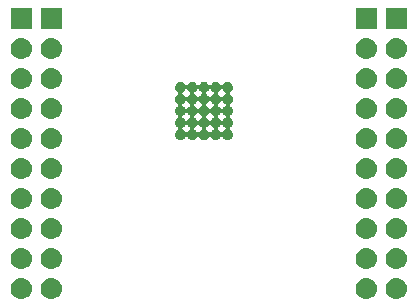
<source format=gbr>
G04 #@! TF.GenerationSoftware,KiCad,Pcbnew,(5.1.4-6-g300381ba4)-1*
G04 #@! TF.CreationDate,2020-01-10T02:39:23+00:00*
G04 #@! TF.ProjectId,esp32-wrover-breakout,65737033-322d-4777-926f-7665722d6272,rev?*
G04 #@! TF.SameCoordinates,Original*
G04 #@! TF.FileFunction,Soldermask,Bot*
G04 #@! TF.FilePolarity,Negative*
%FSLAX46Y46*%
G04 Gerber Fmt 4.6, Leading zero omitted, Abs format (unit mm)*
G04 Created by KiCad (PCBNEW (5.1.4-6-g300381ba4)-1) date 2020-01-10 02:39:23*
%MOMM*%
%LPD*%
G04 APERTURE LIST*
%ADD10C,0.100000*%
G04 APERTURE END LIST*
D10*
G36*
X154415443Y-93085519D02*
G01*
X154481627Y-93092037D01*
X154651466Y-93143557D01*
X154807991Y-93227222D01*
X154843729Y-93256552D01*
X154945186Y-93339814D01*
X155028448Y-93441271D01*
X155057778Y-93477009D01*
X155141443Y-93633534D01*
X155192963Y-93803373D01*
X155210359Y-93980000D01*
X155192963Y-94156627D01*
X155141443Y-94326466D01*
X155057778Y-94482991D01*
X155028448Y-94518729D01*
X154945186Y-94620186D01*
X154843729Y-94703448D01*
X154807991Y-94732778D01*
X154651466Y-94816443D01*
X154481627Y-94867963D01*
X154415443Y-94874481D01*
X154349260Y-94881000D01*
X154260740Y-94881000D01*
X154194557Y-94874481D01*
X154128373Y-94867963D01*
X153958534Y-94816443D01*
X153802009Y-94732778D01*
X153766271Y-94703448D01*
X153664814Y-94620186D01*
X153581552Y-94518729D01*
X153552222Y-94482991D01*
X153468557Y-94326466D01*
X153417037Y-94156627D01*
X153399641Y-93980000D01*
X153417037Y-93803373D01*
X153468557Y-93633534D01*
X153552222Y-93477009D01*
X153581552Y-93441271D01*
X153664814Y-93339814D01*
X153766271Y-93256552D01*
X153802009Y-93227222D01*
X153958534Y-93143557D01*
X154128373Y-93092037D01*
X154194557Y-93085519D01*
X154260740Y-93079000D01*
X154349260Y-93079000D01*
X154415443Y-93085519D01*
X154415443Y-93085519D01*
G37*
G36*
X122665443Y-93085519D02*
G01*
X122731627Y-93092037D01*
X122901466Y-93143557D01*
X123057991Y-93227222D01*
X123093729Y-93256552D01*
X123195186Y-93339814D01*
X123278448Y-93441271D01*
X123307778Y-93477009D01*
X123391443Y-93633534D01*
X123442963Y-93803373D01*
X123460359Y-93980000D01*
X123442963Y-94156627D01*
X123391443Y-94326466D01*
X123307778Y-94482991D01*
X123278448Y-94518729D01*
X123195186Y-94620186D01*
X123093729Y-94703448D01*
X123057991Y-94732778D01*
X122901466Y-94816443D01*
X122731627Y-94867963D01*
X122665443Y-94874481D01*
X122599260Y-94881000D01*
X122510740Y-94881000D01*
X122444557Y-94874481D01*
X122378373Y-94867963D01*
X122208534Y-94816443D01*
X122052009Y-94732778D01*
X122016271Y-94703448D01*
X121914814Y-94620186D01*
X121831552Y-94518729D01*
X121802222Y-94482991D01*
X121718557Y-94326466D01*
X121667037Y-94156627D01*
X121649641Y-93980000D01*
X121667037Y-93803373D01*
X121718557Y-93633534D01*
X121802222Y-93477009D01*
X121831552Y-93441271D01*
X121914814Y-93339814D01*
X122016271Y-93256552D01*
X122052009Y-93227222D01*
X122208534Y-93143557D01*
X122378373Y-93092037D01*
X122444557Y-93085519D01*
X122510740Y-93079000D01*
X122599260Y-93079000D01*
X122665443Y-93085519D01*
X122665443Y-93085519D01*
G37*
G36*
X125205443Y-93085519D02*
G01*
X125271627Y-93092037D01*
X125441466Y-93143557D01*
X125597991Y-93227222D01*
X125633729Y-93256552D01*
X125735186Y-93339814D01*
X125818448Y-93441271D01*
X125847778Y-93477009D01*
X125931443Y-93633534D01*
X125982963Y-93803373D01*
X126000359Y-93980000D01*
X125982963Y-94156627D01*
X125931443Y-94326466D01*
X125847778Y-94482991D01*
X125818448Y-94518729D01*
X125735186Y-94620186D01*
X125633729Y-94703448D01*
X125597991Y-94732778D01*
X125441466Y-94816443D01*
X125271627Y-94867963D01*
X125205443Y-94874481D01*
X125139260Y-94881000D01*
X125050740Y-94881000D01*
X124984557Y-94874481D01*
X124918373Y-94867963D01*
X124748534Y-94816443D01*
X124592009Y-94732778D01*
X124556271Y-94703448D01*
X124454814Y-94620186D01*
X124371552Y-94518729D01*
X124342222Y-94482991D01*
X124258557Y-94326466D01*
X124207037Y-94156627D01*
X124189641Y-93980000D01*
X124207037Y-93803373D01*
X124258557Y-93633534D01*
X124342222Y-93477009D01*
X124371552Y-93441271D01*
X124454814Y-93339814D01*
X124556271Y-93256552D01*
X124592009Y-93227222D01*
X124748534Y-93143557D01*
X124918373Y-93092037D01*
X124984557Y-93085519D01*
X125050740Y-93079000D01*
X125139260Y-93079000D01*
X125205443Y-93085519D01*
X125205443Y-93085519D01*
G37*
G36*
X151875443Y-93085519D02*
G01*
X151941627Y-93092037D01*
X152111466Y-93143557D01*
X152267991Y-93227222D01*
X152303729Y-93256552D01*
X152405186Y-93339814D01*
X152488448Y-93441271D01*
X152517778Y-93477009D01*
X152601443Y-93633534D01*
X152652963Y-93803373D01*
X152670359Y-93980000D01*
X152652963Y-94156627D01*
X152601443Y-94326466D01*
X152517778Y-94482991D01*
X152488448Y-94518729D01*
X152405186Y-94620186D01*
X152303729Y-94703448D01*
X152267991Y-94732778D01*
X152111466Y-94816443D01*
X151941627Y-94867963D01*
X151875443Y-94874481D01*
X151809260Y-94881000D01*
X151720740Y-94881000D01*
X151654557Y-94874481D01*
X151588373Y-94867963D01*
X151418534Y-94816443D01*
X151262009Y-94732778D01*
X151226271Y-94703448D01*
X151124814Y-94620186D01*
X151041552Y-94518729D01*
X151012222Y-94482991D01*
X150928557Y-94326466D01*
X150877037Y-94156627D01*
X150859641Y-93980000D01*
X150877037Y-93803373D01*
X150928557Y-93633534D01*
X151012222Y-93477009D01*
X151041552Y-93441271D01*
X151124814Y-93339814D01*
X151226271Y-93256552D01*
X151262009Y-93227222D01*
X151418534Y-93143557D01*
X151588373Y-93092037D01*
X151654557Y-93085519D01*
X151720740Y-93079000D01*
X151809260Y-93079000D01*
X151875443Y-93085519D01*
X151875443Y-93085519D01*
G37*
G36*
X122665443Y-90545519D02*
G01*
X122731627Y-90552037D01*
X122901466Y-90603557D01*
X123057991Y-90687222D01*
X123093729Y-90716552D01*
X123195186Y-90799814D01*
X123278448Y-90901271D01*
X123307778Y-90937009D01*
X123391443Y-91093534D01*
X123442963Y-91263373D01*
X123460359Y-91440000D01*
X123442963Y-91616627D01*
X123391443Y-91786466D01*
X123307778Y-91942991D01*
X123278448Y-91978729D01*
X123195186Y-92080186D01*
X123093729Y-92163448D01*
X123057991Y-92192778D01*
X122901466Y-92276443D01*
X122731627Y-92327963D01*
X122665443Y-92334481D01*
X122599260Y-92341000D01*
X122510740Y-92341000D01*
X122444557Y-92334481D01*
X122378373Y-92327963D01*
X122208534Y-92276443D01*
X122052009Y-92192778D01*
X122016271Y-92163448D01*
X121914814Y-92080186D01*
X121831552Y-91978729D01*
X121802222Y-91942991D01*
X121718557Y-91786466D01*
X121667037Y-91616627D01*
X121649641Y-91440000D01*
X121667037Y-91263373D01*
X121718557Y-91093534D01*
X121802222Y-90937009D01*
X121831552Y-90901271D01*
X121914814Y-90799814D01*
X122016271Y-90716552D01*
X122052009Y-90687222D01*
X122208534Y-90603557D01*
X122378373Y-90552037D01*
X122444557Y-90545519D01*
X122510740Y-90539000D01*
X122599260Y-90539000D01*
X122665443Y-90545519D01*
X122665443Y-90545519D01*
G37*
G36*
X154415443Y-90545519D02*
G01*
X154481627Y-90552037D01*
X154651466Y-90603557D01*
X154807991Y-90687222D01*
X154843729Y-90716552D01*
X154945186Y-90799814D01*
X155028448Y-90901271D01*
X155057778Y-90937009D01*
X155141443Y-91093534D01*
X155192963Y-91263373D01*
X155210359Y-91440000D01*
X155192963Y-91616627D01*
X155141443Y-91786466D01*
X155057778Y-91942991D01*
X155028448Y-91978729D01*
X154945186Y-92080186D01*
X154843729Y-92163448D01*
X154807991Y-92192778D01*
X154651466Y-92276443D01*
X154481627Y-92327963D01*
X154415443Y-92334481D01*
X154349260Y-92341000D01*
X154260740Y-92341000D01*
X154194557Y-92334481D01*
X154128373Y-92327963D01*
X153958534Y-92276443D01*
X153802009Y-92192778D01*
X153766271Y-92163448D01*
X153664814Y-92080186D01*
X153581552Y-91978729D01*
X153552222Y-91942991D01*
X153468557Y-91786466D01*
X153417037Y-91616627D01*
X153399641Y-91440000D01*
X153417037Y-91263373D01*
X153468557Y-91093534D01*
X153552222Y-90937009D01*
X153581552Y-90901271D01*
X153664814Y-90799814D01*
X153766271Y-90716552D01*
X153802009Y-90687222D01*
X153958534Y-90603557D01*
X154128373Y-90552037D01*
X154194557Y-90545519D01*
X154260740Y-90539000D01*
X154349260Y-90539000D01*
X154415443Y-90545519D01*
X154415443Y-90545519D01*
G37*
G36*
X125205443Y-90545519D02*
G01*
X125271627Y-90552037D01*
X125441466Y-90603557D01*
X125597991Y-90687222D01*
X125633729Y-90716552D01*
X125735186Y-90799814D01*
X125818448Y-90901271D01*
X125847778Y-90937009D01*
X125931443Y-91093534D01*
X125982963Y-91263373D01*
X126000359Y-91440000D01*
X125982963Y-91616627D01*
X125931443Y-91786466D01*
X125847778Y-91942991D01*
X125818448Y-91978729D01*
X125735186Y-92080186D01*
X125633729Y-92163448D01*
X125597991Y-92192778D01*
X125441466Y-92276443D01*
X125271627Y-92327963D01*
X125205443Y-92334481D01*
X125139260Y-92341000D01*
X125050740Y-92341000D01*
X124984557Y-92334481D01*
X124918373Y-92327963D01*
X124748534Y-92276443D01*
X124592009Y-92192778D01*
X124556271Y-92163448D01*
X124454814Y-92080186D01*
X124371552Y-91978729D01*
X124342222Y-91942991D01*
X124258557Y-91786466D01*
X124207037Y-91616627D01*
X124189641Y-91440000D01*
X124207037Y-91263373D01*
X124258557Y-91093534D01*
X124342222Y-90937009D01*
X124371552Y-90901271D01*
X124454814Y-90799814D01*
X124556271Y-90716552D01*
X124592009Y-90687222D01*
X124748534Y-90603557D01*
X124918373Y-90552037D01*
X124984557Y-90545519D01*
X125050740Y-90539000D01*
X125139260Y-90539000D01*
X125205443Y-90545519D01*
X125205443Y-90545519D01*
G37*
G36*
X151875443Y-90545519D02*
G01*
X151941627Y-90552037D01*
X152111466Y-90603557D01*
X152267991Y-90687222D01*
X152303729Y-90716552D01*
X152405186Y-90799814D01*
X152488448Y-90901271D01*
X152517778Y-90937009D01*
X152601443Y-91093534D01*
X152652963Y-91263373D01*
X152670359Y-91440000D01*
X152652963Y-91616627D01*
X152601443Y-91786466D01*
X152517778Y-91942991D01*
X152488448Y-91978729D01*
X152405186Y-92080186D01*
X152303729Y-92163448D01*
X152267991Y-92192778D01*
X152111466Y-92276443D01*
X151941627Y-92327963D01*
X151875443Y-92334481D01*
X151809260Y-92341000D01*
X151720740Y-92341000D01*
X151654557Y-92334481D01*
X151588373Y-92327963D01*
X151418534Y-92276443D01*
X151262009Y-92192778D01*
X151226271Y-92163448D01*
X151124814Y-92080186D01*
X151041552Y-91978729D01*
X151012222Y-91942991D01*
X150928557Y-91786466D01*
X150877037Y-91616627D01*
X150859641Y-91440000D01*
X150877037Y-91263373D01*
X150928557Y-91093534D01*
X151012222Y-90937009D01*
X151041552Y-90901271D01*
X151124814Y-90799814D01*
X151226271Y-90716552D01*
X151262009Y-90687222D01*
X151418534Y-90603557D01*
X151588373Y-90552037D01*
X151654557Y-90545519D01*
X151720740Y-90539000D01*
X151809260Y-90539000D01*
X151875443Y-90545519D01*
X151875443Y-90545519D01*
G37*
G36*
X151875443Y-88005519D02*
G01*
X151941627Y-88012037D01*
X152111466Y-88063557D01*
X152267991Y-88147222D01*
X152303729Y-88176552D01*
X152405186Y-88259814D01*
X152488448Y-88361271D01*
X152517778Y-88397009D01*
X152601443Y-88553534D01*
X152652963Y-88723373D01*
X152670359Y-88900000D01*
X152652963Y-89076627D01*
X152601443Y-89246466D01*
X152517778Y-89402991D01*
X152488448Y-89438729D01*
X152405186Y-89540186D01*
X152303729Y-89623448D01*
X152267991Y-89652778D01*
X152111466Y-89736443D01*
X151941627Y-89787963D01*
X151875443Y-89794481D01*
X151809260Y-89801000D01*
X151720740Y-89801000D01*
X151654557Y-89794481D01*
X151588373Y-89787963D01*
X151418534Y-89736443D01*
X151262009Y-89652778D01*
X151226271Y-89623448D01*
X151124814Y-89540186D01*
X151041552Y-89438729D01*
X151012222Y-89402991D01*
X150928557Y-89246466D01*
X150877037Y-89076627D01*
X150859641Y-88900000D01*
X150877037Y-88723373D01*
X150928557Y-88553534D01*
X151012222Y-88397009D01*
X151041552Y-88361271D01*
X151124814Y-88259814D01*
X151226271Y-88176552D01*
X151262009Y-88147222D01*
X151418534Y-88063557D01*
X151588373Y-88012037D01*
X151654557Y-88005519D01*
X151720740Y-87999000D01*
X151809260Y-87999000D01*
X151875443Y-88005519D01*
X151875443Y-88005519D01*
G37*
G36*
X154415443Y-88005519D02*
G01*
X154481627Y-88012037D01*
X154651466Y-88063557D01*
X154807991Y-88147222D01*
X154843729Y-88176552D01*
X154945186Y-88259814D01*
X155028448Y-88361271D01*
X155057778Y-88397009D01*
X155141443Y-88553534D01*
X155192963Y-88723373D01*
X155210359Y-88900000D01*
X155192963Y-89076627D01*
X155141443Y-89246466D01*
X155057778Y-89402991D01*
X155028448Y-89438729D01*
X154945186Y-89540186D01*
X154843729Y-89623448D01*
X154807991Y-89652778D01*
X154651466Y-89736443D01*
X154481627Y-89787963D01*
X154415443Y-89794481D01*
X154349260Y-89801000D01*
X154260740Y-89801000D01*
X154194557Y-89794481D01*
X154128373Y-89787963D01*
X153958534Y-89736443D01*
X153802009Y-89652778D01*
X153766271Y-89623448D01*
X153664814Y-89540186D01*
X153581552Y-89438729D01*
X153552222Y-89402991D01*
X153468557Y-89246466D01*
X153417037Y-89076627D01*
X153399641Y-88900000D01*
X153417037Y-88723373D01*
X153468557Y-88553534D01*
X153552222Y-88397009D01*
X153581552Y-88361271D01*
X153664814Y-88259814D01*
X153766271Y-88176552D01*
X153802009Y-88147222D01*
X153958534Y-88063557D01*
X154128373Y-88012037D01*
X154194557Y-88005519D01*
X154260740Y-87999000D01*
X154349260Y-87999000D01*
X154415443Y-88005519D01*
X154415443Y-88005519D01*
G37*
G36*
X122665443Y-88005519D02*
G01*
X122731627Y-88012037D01*
X122901466Y-88063557D01*
X123057991Y-88147222D01*
X123093729Y-88176552D01*
X123195186Y-88259814D01*
X123278448Y-88361271D01*
X123307778Y-88397009D01*
X123391443Y-88553534D01*
X123442963Y-88723373D01*
X123460359Y-88900000D01*
X123442963Y-89076627D01*
X123391443Y-89246466D01*
X123307778Y-89402991D01*
X123278448Y-89438729D01*
X123195186Y-89540186D01*
X123093729Y-89623448D01*
X123057991Y-89652778D01*
X122901466Y-89736443D01*
X122731627Y-89787963D01*
X122665443Y-89794481D01*
X122599260Y-89801000D01*
X122510740Y-89801000D01*
X122444557Y-89794481D01*
X122378373Y-89787963D01*
X122208534Y-89736443D01*
X122052009Y-89652778D01*
X122016271Y-89623448D01*
X121914814Y-89540186D01*
X121831552Y-89438729D01*
X121802222Y-89402991D01*
X121718557Y-89246466D01*
X121667037Y-89076627D01*
X121649641Y-88900000D01*
X121667037Y-88723373D01*
X121718557Y-88553534D01*
X121802222Y-88397009D01*
X121831552Y-88361271D01*
X121914814Y-88259814D01*
X122016271Y-88176552D01*
X122052009Y-88147222D01*
X122208534Y-88063557D01*
X122378373Y-88012037D01*
X122444557Y-88005519D01*
X122510740Y-87999000D01*
X122599260Y-87999000D01*
X122665443Y-88005519D01*
X122665443Y-88005519D01*
G37*
G36*
X125205443Y-88005519D02*
G01*
X125271627Y-88012037D01*
X125441466Y-88063557D01*
X125597991Y-88147222D01*
X125633729Y-88176552D01*
X125735186Y-88259814D01*
X125818448Y-88361271D01*
X125847778Y-88397009D01*
X125931443Y-88553534D01*
X125982963Y-88723373D01*
X126000359Y-88900000D01*
X125982963Y-89076627D01*
X125931443Y-89246466D01*
X125847778Y-89402991D01*
X125818448Y-89438729D01*
X125735186Y-89540186D01*
X125633729Y-89623448D01*
X125597991Y-89652778D01*
X125441466Y-89736443D01*
X125271627Y-89787963D01*
X125205443Y-89794481D01*
X125139260Y-89801000D01*
X125050740Y-89801000D01*
X124984557Y-89794481D01*
X124918373Y-89787963D01*
X124748534Y-89736443D01*
X124592009Y-89652778D01*
X124556271Y-89623448D01*
X124454814Y-89540186D01*
X124371552Y-89438729D01*
X124342222Y-89402991D01*
X124258557Y-89246466D01*
X124207037Y-89076627D01*
X124189641Y-88900000D01*
X124207037Y-88723373D01*
X124258557Y-88553534D01*
X124342222Y-88397009D01*
X124371552Y-88361271D01*
X124454814Y-88259814D01*
X124556271Y-88176552D01*
X124592009Y-88147222D01*
X124748534Y-88063557D01*
X124918373Y-88012037D01*
X124984557Y-88005519D01*
X125050740Y-87999000D01*
X125139260Y-87999000D01*
X125205443Y-88005519D01*
X125205443Y-88005519D01*
G37*
G36*
X122665442Y-85465518D02*
G01*
X122731627Y-85472037D01*
X122901466Y-85523557D01*
X123057991Y-85607222D01*
X123093729Y-85636552D01*
X123195186Y-85719814D01*
X123278448Y-85821271D01*
X123307778Y-85857009D01*
X123391443Y-86013534D01*
X123442963Y-86183373D01*
X123460359Y-86360000D01*
X123442963Y-86536627D01*
X123391443Y-86706466D01*
X123307778Y-86862991D01*
X123278448Y-86898729D01*
X123195186Y-87000186D01*
X123093729Y-87083448D01*
X123057991Y-87112778D01*
X122901466Y-87196443D01*
X122731627Y-87247963D01*
X122665442Y-87254482D01*
X122599260Y-87261000D01*
X122510740Y-87261000D01*
X122444558Y-87254482D01*
X122378373Y-87247963D01*
X122208534Y-87196443D01*
X122052009Y-87112778D01*
X122016271Y-87083448D01*
X121914814Y-87000186D01*
X121831552Y-86898729D01*
X121802222Y-86862991D01*
X121718557Y-86706466D01*
X121667037Y-86536627D01*
X121649641Y-86360000D01*
X121667037Y-86183373D01*
X121718557Y-86013534D01*
X121802222Y-85857009D01*
X121831552Y-85821271D01*
X121914814Y-85719814D01*
X122016271Y-85636552D01*
X122052009Y-85607222D01*
X122208534Y-85523557D01*
X122378373Y-85472037D01*
X122444558Y-85465518D01*
X122510740Y-85459000D01*
X122599260Y-85459000D01*
X122665442Y-85465518D01*
X122665442Y-85465518D01*
G37*
G36*
X154415442Y-85465518D02*
G01*
X154481627Y-85472037D01*
X154651466Y-85523557D01*
X154807991Y-85607222D01*
X154843729Y-85636552D01*
X154945186Y-85719814D01*
X155028448Y-85821271D01*
X155057778Y-85857009D01*
X155141443Y-86013534D01*
X155192963Y-86183373D01*
X155210359Y-86360000D01*
X155192963Y-86536627D01*
X155141443Y-86706466D01*
X155057778Y-86862991D01*
X155028448Y-86898729D01*
X154945186Y-87000186D01*
X154843729Y-87083448D01*
X154807991Y-87112778D01*
X154651466Y-87196443D01*
X154481627Y-87247963D01*
X154415442Y-87254482D01*
X154349260Y-87261000D01*
X154260740Y-87261000D01*
X154194558Y-87254482D01*
X154128373Y-87247963D01*
X153958534Y-87196443D01*
X153802009Y-87112778D01*
X153766271Y-87083448D01*
X153664814Y-87000186D01*
X153581552Y-86898729D01*
X153552222Y-86862991D01*
X153468557Y-86706466D01*
X153417037Y-86536627D01*
X153399641Y-86360000D01*
X153417037Y-86183373D01*
X153468557Y-86013534D01*
X153552222Y-85857009D01*
X153581552Y-85821271D01*
X153664814Y-85719814D01*
X153766271Y-85636552D01*
X153802009Y-85607222D01*
X153958534Y-85523557D01*
X154128373Y-85472037D01*
X154194558Y-85465518D01*
X154260740Y-85459000D01*
X154349260Y-85459000D01*
X154415442Y-85465518D01*
X154415442Y-85465518D01*
G37*
G36*
X125205442Y-85465518D02*
G01*
X125271627Y-85472037D01*
X125441466Y-85523557D01*
X125597991Y-85607222D01*
X125633729Y-85636552D01*
X125735186Y-85719814D01*
X125818448Y-85821271D01*
X125847778Y-85857009D01*
X125931443Y-86013534D01*
X125982963Y-86183373D01*
X126000359Y-86360000D01*
X125982963Y-86536627D01*
X125931443Y-86706466D01*
X125847778Y-86862991D01*
X125818448Y-86898729D01*
X125735186Y-87000186D01*
X125633729Y-87083448D01*
X125597991Y-87112778D01*
X125441466Y-87196443D01*
X125271627Y-87247963D01*
X125205442Y-87254482D01*
X125139260Y-87261000D01*
X125050740Y-87261000D01*
X124984558Y-87254482D01*
X124918373Y-87247963D01*
X124748534Y-87196443D01*
X124592009Y-87112778D01*
X124556271Y-87083448D01*
X124454814Y-87000186D01*
X124371552Y-86898729D01*
X124342222Y-86862991D01*
X124258557Y-86706466D01*
X124207037Y-86536627D01*
X124189641Y-86360000D01*
X124207037Y-86183373D01*
X124258557Y-86013534D01*
X124342222Y-85857009D01*
X124371552Y-85821271D01*
X124454814Y-85719814D01*
X124556271Y-85636552D01*
X124592009Y-85607222D01*
X124748534Y-85523557D01*
X124918373Y-85472037D01*
X124984558Y-85465518D01*
X125050740Y-85459000D01*
X125139260Y-85459000D01*
X125205442Y-85465518D01*
X125205442Y-85465518D01*
G37*
G36*
X151875442Y-85465518D02*
G01*
X151941627Y-85472037D01*
X152111466Y-85523557D01*
X152267991Y-85607222D01*
X152303729Y-85636552D01*
X152405186Y-85719814D01*
X152488448Y-85821271D01*
X152517778Y-85857009D01*
X152601443Y-86013534D01*
X152652963Y-86183373D01*
X152670359Y-86360000D01*
X152652963Y-86536627D01*
X152601443Y-86706466D01*
X152517778Y-86862991D01*
X152488448Y-86898729D01*
X152405186Y-87000186D01*
X152303729Y-87083448D01*
X152267991Y-87112778D01*
X152111466Y-87196443D01*
X151941627Y-87247963D01*
X151875442Y-87254482D01*
X151809260Y-87261000D01*
X151720740Y-87261000D01*
X151654558Y-87254482D01*
X151588373Y-87247963D01*
X151418534Y-87196443D01*
X151262009Y-87112778D01*
X151226271Y-87083448D01*
X151124814Y-87000186D01*
X151041552Y-86898729D01*
X151012222Y-86862991D01*
X150928557Y-86706466D01*
X150877037Y-86536627D01*
X150859641Y-86360000D01*
X150877037Y-86183373D01*
X150928557Y-86013534D01*
X151012222Y-85857009D01*
X151041552Y-85821271D01*
X151124814Y-85719814D01*
X151226271Y-85636552D01*
X151262009Y-85607222D01*
X151418534Y-85523557D01*
X151588373Y-85472037D01*
X151654558Y-85465518D01*
X151720740Y-85459000D01*
X151809260Y-85459000D01*
X151875442Y-85465518D01*
X151875442Y-85465518D01*
G37*
G36*
X125205443Y-82925519D02*
G01*
X125271627Y-82932037D01*
X125441466Y-82983557D01*
X125597991Y-83067222D01*
X125633729Y-83096552D01*
X125735186Y-83179814D01*
X125818448Y-83281271D01*
X125847778Y-83317009D01*
X125931443Y-83473534D01*
X125982963Y-83643373D01*
X126000359Y-83820000D01*
X125982963Y-83996627D01*
X125931443Y-84166466D01*
X125847778Y-84322991D01*
X125818448Y-84358729D01*
X125735186Y-84460186D01*
X125633729Y-84543448D01*
X125597991Y-84572778D01*
X125441466Y-84656443D01*
X125271627Y-84707963D01*
X125205443Y-84714481D01*
X125139260Y-84721000D01*
X125050740Y-84721000D01*
X124984557Y-84714481D01*
X124918373Y-84707963D01*
X124748534Y-84656443D01*
X124592009Y-84572778D01*
X124556271Y-84543448D01*
X124454814Y-84460186D01*
X124371552Y-84358729D01*
X124342222Y-84322991D01*
X124258557Y-84166466D01*
X124207037Y-83996627D01*
X124189641Y-83820000D01*
X124207037Y-83643373D01*
X124258557Y-83473534D01*
X124342222Y-83317009D01*
X124371552Y-83281271D01*
X124454814Y-83179814D01*
X124556271Y-83096552D01*
X124592009Y-83067222D01*
X124748534Y-82983557D01*
X124918373Y-82932037D01*
X124984557Y-82925519D01*
X125050740Y-82919000D01*
X125139260Y-82919000D01*
X125205443Y-82925519D01*
X125205443Y-82925519D01*
G37*
G36*
X151875443Y-82925519D02*
G01*
X151941627Y-82932037D01*
X152111466Y-82983557D01*
X152267991Y-83067222D01*
X152303729Y-83096552D01*
X152405186Y-83179814D01*
X152488448Y-83281271D01*
X152517778Y-83317009D01*
X152601443Y-83473534D01*
X152652963Y-83643373D01*
X152670359Y-83820000D01*
X152652963Y-83996627D01*
X152601443Y-84166466D01*
X152517778Y-84322991D01*
X152488448Y-84358729D01*
X152405186Y-84460186D01*
X152303729Y-84543448D01*
X152267991Y-84572778D01*
X152111466Y-84656443D01*
X151941627Y-84707963D01*
X151875443Y-84714481D01*
X151809260Y-84721000D01*
X151720740Y-84721000D01*
X151654557Y-84714481D01*
X151588373Y-84707963D01*
X151418534Y-84656443D01*
X151262009Y-84572778D01*
X151226271Y-84543448D01*
X151124814Y-84460186D01*
X151041552Y-84358729D01*
X151012222Y-84322991D01*
X150928557Y-84166466D01*
X150877037Y-83996627D01*
X150859641Y-83820000D01*
X150877037Y-83643373D01*
X150928557Y-83473534D01*
X151012222Y-83317009D01*
X151041552Y-83281271D01*
X151124814Y-83179814D01*
X151226271Y-83096552D01*
X151262009Y-83067222D01*
X151418534Y-82983557D01*
X151588373Y-82932037D01*
X151654557Y-82925519D01*
X151720740Y-82919000D01*
X151809260Y-82919000D01*
X151875443Y-82925519D01*
X151875443Y-82925519D01*
G37*
G36*
X154415443Y-82925519D02*
G01*
X154481627Y-82932037D01*
X154651466Y-82983557D01*
X154807991Y-83067222D01*
X154843729Y-83096552D01*
X154945186Y-83179814D01*
X155028448Y-83281271D01*
X155057778Y-83317009D01*
X155141443Y-83473534D01*
X155192963Y-83643373D01*
X155210359Y-83820000D01*
X155192963Y-83996627D01*
X155141443Y-84166466D01*
X155057778Y-84322991D01*
X155028448Y-84358729D01*
X154945186Y-84460186D01*
X154843729Y-84543448D01*
X154807991Y-84572778D01*
X154651466Y-84656443D01*
X154481627Y-84707963D01*
X154415443Y-84714481D01*
X154349260Y-84721000D01*
X154260740Y-84721000D01*
X154194557Y-84714481D01*
X154128373Y-84707963D01*
X153958534Y-84656443D01*
X153802009Y-84572778D01*
X153766271Y-84543448D01*
X153664814Y-84460186D01*
X153581552Y-84358729D01*
X153552222Y-84322991D01*
X153468557Y-84166466D01*
X153417037Y-83996627D01*
X153399641Y-83820000D01*
X153417037Y-83643373D01*
X153468557Y-83473534D01*
X153552222Y-83317009D01*
X153581552Y-83281271D01*
X153664814Y-83179814D01*
X153766271Y-83096552D01*
X153802009Y-83067222D01*
X153958534Y-82983557D01*
X154128373Y-82932037D01*
X154194557Y-82925519D01*
X154260740Y-82919000D01*
X154349260Y-82919000D01*
X154415443Y-82925519D01*
X154415443Y-82925519D01*
G37*
G36*
X122665443Y-82925519D02*
G01*
X122731627Y-82932037D01*
X122901466Y-82983557D01*
X123057991Y-83067222D01*
X123093729Y-83096552D01*
X123195186Y-83179814D01*
X123278448Y-83281271D01*
X123307778Y-83317009D01*
X123391443Y-83473534D01*
X123442963Y-83643373D01*
X123460359Y-83820000D01*
X123442963Y-83996627D01*
X123391443Y-84166466D01*
X123307778Y-84322991D01*
X123278448Y-84358729D01*
X123195186Y-84460186D01*
X123093729Y-84543448D01*
X123057991Y-84572778D01*
X122901466Y-84656443D01*
X122731627Y-84707963D01*
X122665443Y-84714481D01*
X122599260Y-84721000D01*
X122510740Y-84721000D01*
X122444557Y-84714481D01*
X122378373Y-84707963D01*
X122208534Y-84656443D01*
X122052009Y-84572778D01*
X122016271Y-84543448D01*
X121914814Y-84460186D01*
X121831552Y-84358729D01*
X121802222Y-84322991D01*
X121718557Y-84166466D01*
X121667037Y-83996627D01*
X121649641Y-83820000D01*
X121667037Y-83643373D01*
X121718557Y-83473534D01*
X121802222Y-83317009D01*
X121831552Y-83281271D01*
X121914814Y-83179814D01*
X122016271Y-83096552D01*
X122052009Y-83067222D01*
X122208534Y-82983557D01*
X122378373Y-82932037D01*
X122444557Y-82925519D01*
X122510740Y-82919000D01*
X122599260Y-82919000D01*
X122665443Y-82925519D01*
X122665443Y-82925519D01*
G37*
G36*
X122665442Y-80385518D02*
G01*
X122731627Y-80392037D01*
X122901466Y-80443557D01*
X123057991Y-80527222D01*
X123078353Y-80543933D01*
X123195186Y-80639814D01*
X123266220Y-80726371D01*
X123307778Y-80777009D01*
X123307779Y-80777011D01*
X123371156Y-80895579D01*
X123391443Y-80933534D01*
X123442963Y-81103373D01*
X123460359Y-81280000D01*
X123442963Y-81456627D01*
X123391443Y-81626466D01*
X123307778Y-81782991D01*
X123278448Y-81818729D01*
X123195186Y-81920186D01*
X123093729Y-82003448D01*
X123057991Y-82032778D01*
X122901466Y-82116443D01*
X122731627Y-82167963D01*
X122665443Y-82174481D01*
X122599260Y-82181000D01*
X122510740Y-82181000D01*
X122444557Y-82174481D01*
X122378373Y-82167963D01*
X122208534Y-82116443D01*
X122052009Y-82032778D01*
X122016271Y-82003448D01*
X121914814Y-81920186D01*
X121831552Y-81818729D01*
X121802222Y-81782991D01*
X121718557Y-81626466D01*
X121667037Y-81456627D01*
X121649641Y-81280000D01*
X121667037Y-81103373D01*
X121718557Y-80933534D01*
X121738845Y-80895579D01*
X121802221Y-80777011D01*
X121802222Y-80777009D01*
X121843780Y-80726371D01*
X121914814Y-80639814D01*
X122031647Y-80543933D01*
X122052009Y-80527222D01*
X122208534Y-80443557D01*
X122378373Y-80392037D01*
X122444558Y-80385518D01*
X122510740Y-80379000D01*
X122599260Y-80379000D01*
X122665442Y-80385518D01*
X122665442Y-80385518D01*
G37*
G36*
X125205442Y-80385518D02*
G01*
X125271627Y-80392037D01*
X125441466Y-80443557D01*
X125597991Y-80527222D01*
X125618353Y-80543933D01*
X125735186Y-80639814D01*
X125806220Y-80726371D01*
X125847778Y-80777009D01*
X125847779Y-80777011D01*
X125911156Y-80895579D01*
X125931443Y-80933534D01*
X125982963Y-81103373D01*
X126000359Y-81280000D01*
X125982963Y-81456627D01*
X125931443Y-81626466D01*
X125847778Y-81782991D01*
X125818448Y-81818729D01*
X125735186Y-81920186D01*
X125633729Y-82003448D01*
X125597991Y-82032778D01*
X125441466Y-82116443D01*
X125271627Y-82167963D01*
X125205443Y-82174481D01*
X125139260Y-82181000D01*
X125050740Y-82181000D01*
X124984557Y-82174481D01*
X124918373Y-82167963D01*
X124748534Y-82116443D01*
X124592009Y-82032778D01*
X124556271Y-82003448D01*
X124454814Y-81920186D01*
X124371552Y-81818729D01*
X124342222Y-81782991D01*
X124258557Y-81626466D01*
X124207037Y-81456627D01*
X124189641Y-81280000D01*
X124207037Y-81103373D01*
X124258557Y-80933534D01*
X124278845Y-80895579D01*
X124342221Y-80777011D01*
X124342222Y-80777009D01*
X124383780Y-80726371D01*
X124454814Y-80639814D01*
X124571647Y-80543933D01*
X124592009Y-80527222D01*
X124748534Y-80443557D01*
X124918373Y-80392037D01*
X124984558Y-80385518D01*
X125050740Y-80379000D01*
X125139260Y-80379000D01*
X125205442Y-80385518D01*
X125205442Y-80385518D01*
G37*
G36*
X151875442Y-80385518D02*
G01*
X151941627Y-80392037D01*
X152111466Y-80443557D01*
X152267991Y-80527222D01*
X152288353Y-80543933D01*
X152405186Y-80639814D01*
X152476220Y-80726371D01*
X152517778Y-80777009D01*
X152517779Y-80777011D01*
X152581156Y-80895579D01*
X152601443Y-80933534D01*
X152652963Y-81103373D01*
X152670359Y-81280000D01*
X152652963Y-81456627D01*
X152601443Y-81626466D01*
X152517778Y-81782991D01*
X152488448Y-81818729D01*
X152405186Y-81920186D01*
X152303729Y-82003448D01*
X152267991Y-82032778D01*
X152111466Y-82116443D01*
X151941627Y-82167963D01*
X151875443Y-82174481D01*
X151809260Y-82181000D01*
X151720740Y-82181000D01*
X151654557Y-82174481D01*
X151588373Y-82167963D01*
X151418534Y-82116443D01*
X151262009Y-82032778D01*
X151226271Y-82003448D01*
X151124814Y-81920186D01*
X151041552Y-81818729D01*
X151012222Y-81782991D01*
X150928557Y-81626466D01*
X150877037Y-81456627D01*
X150859641Y-81280000D01*
X150877037Y-81103373D01*
X150928557Y-80933534D01*
X150948845Y-80895579D01*
X151012221Y-80777011D01*
X151012222Y-80777009D01*
X151053780Y-80726371D01*
X151124814Y-80639814D01*
X151241647Y-80543933D01*
X151262009Y-80527222D01*
X151418534Y-80443557D01*
X151588373Y-80392037D01*
X151654558Y-80385518D01*
X151720740Y-80379000D01*
X151809260Y-80379000D01*
X151875442Y-80385518D01*
X151875442Y-80385518D01*
G37*
G36*
X154415442Y-80385518D02*
G01*
X154481627Y-80392037D01*
X154651466Y-80443557D01*
X154807991Y-80527222D01*
X154828353Y-80543933D01*
X154945186Y-80639814D01*
X155016220Y-80726371D01*
X155057778Y-80777009D01*
X155057779Y-80777011D01*
X155121156Y-80895579D01*
X155141443Y-80933534D01*
X155192963Y-81103373D01*
X155210359Y-81280000D01*
X155192963Y-81456627D01*
X155141443Y-81626466D01*
X155057778Y-81782991D01*
X155028448Y-81818729D01*
X154945186Y-81920186D01*
X154843729Y-82003448D01*
X154807991Y-82032778D01*
X154651466Y-82116443D01*
X154481627Y-82167963D01*
X154415443Y-82174481D01*
X154349260Y-82181000D01*
X154260740Y-82181000D01*
X154194557Y-82174481D01*
X154128373Y-82167963D01*
X153958534Y-82116443D01*
X153802009Y-82032778D01*
X153766271Y-82003448D01*
X153664814Y-81920186D01*
X153581552Y-81818729D01*
X153552222Y-81782991D01*
X153468557Y-81626466D01*
X153417037Y-81456627D01*
X153399641Y-81280000D01*
X153417037Y-81103373D01*
X153468557Y-80933534D01*
X153488845Y-80895579D01*
X153552221Y-80777011D01*
X153552222Y-80777009D01*
X153593780Y-80726371D01*
X153664814Y-80639814D01*
X153781647Y-80543933D01*
X153802009Y-80527222D01*
X153958534Y-80443557D01*
X154128373Y-80392037D01*
X154194558Y-80385518D01*
X154260740Y-80379000D01*
X154349260Y-80379000D01*
X154415442Y-80385518D01*
X154415442Y-80385518D01*
G37*
G36*
X136161552Y-76506331D02*
G01*
X136243627Y-76540328D01*
X136243629Y-76540329D01*
X136280813Y-76565175D01*
X136317495Y-76589685D01*
X136380316Y-76652506D01*
X136426067Y-76720977D01*
X136441613Y-76739919D01*
X136460555Y-76755464D01*
X136482165Y-76767015D01*
X136505614Y-76774128D01*
X136530000Y-76776530D01*
X136554386Y-76774128D01*
X136577835Y-76767015D01*
X136599446Y-76755464D01*
X136618388Y-76739918D01*
X136633933Y-76720977D01*
X136679684Y-76652506D01*
X136742505Y-76589685D01*
X136779187Y-76565175D01*
X136816371Y-76540329D01*
X136816373Y-76540328D01*
X136898448Y-76506331D01*
X136985579Y-76489000D01*
X137074421Y-76489000D01*
X137161552Y-76506331D01*
X137243627Y-76540328D01*
X137243629Y-76540329D01*
X137280813Y-76565175D01*
X137317495Y-76589685D01*
X137380316Y-76652506D01*
X137426067Y-76720977D01*
X137441613Y-76739919D01*
X137460555Y-76755464D01*
X137482165Y-76767015D01*
X137505614Y-76774128D01*
X137530000Y-76776530D01*
X137554386Y-76774128D01*
X137577835Y-76767015D01*
X137599446Y-76755464D01*
X137618388Y-76739918D01*
X137633933Y-76720977D01*
X137679684Y-76652506D01*
X137742505Y-76589685D01*
X137779187Y-76565175D01*
X137816371Y-76540329D01*
X137816373Y-76540328D01*
X137898448Y-76506331D01*
X137985579Y-76489000D01*
X138074421Y-76489000D01*
X138161552Y-76506331D01*
X138243627Y-76540328D01*
X138243629Y-76540329D01*
X138280813Y-76565175D01*
X138317495Y-76589685D01*
X138380316Y-76652506D01*
X138426067Y-76720977D01*
X138441613Y-76739919D01*
X138460555Y-76755464D01*
X138482165Y-76767015D01*
X138505614Y-76774128D01*
X138530000Y-76776530D01*
X138554386Y-76774128D01*
X138577835Y-76767015D01*
X138599446Y-76755464D01*
X138618388Y-76739918D01*
X138633933Y-76720977D01*
X138679684Y-76652506D01*
X138742505Y-76589685D01*
X138779187Y-76565175D01*
X138816371Y-76540329D01*
X138816373Y-76540328D01*
X138898448Y-76506331D01*
X138985579Y-76489000D01*
X139074421Y-76489000D01*
X139161552Y-76506331D01*
X139243627Y-76540328D01*
X139243629Y-76540329D01*
X139280813Y-76565175D01*
X139317495Y-76589685D01*
X139380316Y-76652506D01*
X139426067Y-76720977D01*
X139441613Y-76739919D01*
X139460555Y-76755464D01*
X139482165Y-76767015D01*
X139505614Y-76774128D01*
X139530000Y-76776530D01*
X139554386Y-76774128D01*
X139577835Y-76767015D01*
X139599446Y-76755464D01*
X139618388Y-76739918D01*
X139633933Y-76720977D01*
X139679684Y-76652506D01*
X139742505Y-76589685D01*
X139779187Y-76565175D01*
X139816371Y-76540329D01*
X139816373Y-76540328D01*
X139898448Y-76506331D01*
X139985579Y-76489000D01*
X140074421Y-76489000D01*
X140161552Y-76506331D01*
X140243627Y-76540328D01*
X140243629Y-76540329D01*
X140280813Y-76565175D01*
X140317495Y-76589685D01*
X140380315Y-76652505D01*
X140429672Y-76726373D01*
X140463669Y-76808448D01*
X140481000Y-76895579D01*
X140481000Y-76984421D01*
X140463669Y-77071552D01*
X140429672Y-77153627D01*
X140380315Y-77227495D01*
X140317494Y-77290316D01*
X140249023Y-77336067D01*
X140230081Y-77351613D01*
X140214536Y-77370555D01*
X140202985Y-77392165D01*
X140195872Y-77415614D01*
X140193470Y-77440000D01*
X140195872Y-77464386D01*
X140202985Y-77487835D01*
X140214536Y-77509446D01*
X140230082Y-77528388D01*
X140249023Y-77543933D01*
X140317494Y-77589684D01*
X140380315Y-77652505D01*
X140429672Y-77726373D01*
X140463669Y-77808448D01*
X140481000Y-77895579D01*
X140481000Y-77984421D01*
X140463669Y-78071552D01*
X140429672Y-78153627D01*
X140380315Y-78227495D01*
X140317494Y-78290316D01*
X140249023Y-78336067D01*
X140230081Y-78351613D01*
X140214536Y-78370555D01*
X140202985Y-78392165D01*
X140195872Y-78415614D01*
X140193470Y-78440000D01*
X140195872Y-78464386D01*
X140202985Y-78487835D01*
X140214536Y-78509446D01*
X140230082Y-78528388D01*
X140249023Y-78543933D01*
X140317494Y-78589684D01*
X140380315Y-78652505D01*
X140429672Y-78726373D01*
X140463669Y-78808448D01*
X140481000Y-78895579D01*
X140481000Y-78984421D01*
X140463669Y-79071552D01*
X140429672Y-79153627D01*
X140380315Y-79227495D01*
X140317494Y-79290316D01*
X140249023Y-79336067D01*
X140230081Y-79351613D01*
X140214536Y-79370555D01*
X140202985Y-79392165D01*
X140195872Y-79415614D01*
X140193470Y-79440000D01*
X140195872Y-79464386D01*
X140202985Y-79487835D01*
X140214536Y-79509446D01*
X140230082Y-79528388D01*
X140249023Y-79543933D01*
X140317494Y-79589684D01*
X140380315Y-79652505D01*
X140429672Y-79726373D01*
X140463669Y-79808448D01*
X140481000Y-79895579D01*
X140481000Y-79984421D01*
X140463669Y-80071552D01*
X140429672Y-80153627D01*
X140380315Y-80227495D01*
X140317494Y-80290316D01*
X140249023Y-80336067D01*
X140230081Y-80351613D01*
X140214536Y-80370555D01*
X140202985Y-80392165D01*
X140195872Y-80415614D01*
X140193470Y-80440000D01*
X140195872Y-80464386D01*
X140202985Y-80487835D01*
X140214536Y-80509446D01*
X140230082Y-80528388D01*
X140249023Y-80543933D01*
X140317494Y-80589684D01*
X140380315Y-80652505D01*
X140429672Y-80726373D01*
X140463669Y-80808448D01*
X140481000Y-80895579D01*
X140481000Y-80984421D01*
X140463669Y-81071552D01*
X140429672Y-81153627D01*
X140380316Y-81227494D01*
X140317496Y-81290314D01*
X140243629Y-81339671D01*
X140243628Y-81339672D01*
X140243627Y-81339672D01*
X140161552Y-81373669D01*
X140074421Y-81391000D01*
X139985579Y-81391000D01*
X139898448Y-81373669D01*
X139816373Y-81339672D01*
X139816372Y-81339672D01*
X139816371Y-81339671D01*
X139742504Y-81290314D01*
X139679684Y-81227494D01*
X139633933Y-81159023D01*
X139618387Y-81140081D01*
X139599445Y-81124536D01*
X139577835Y-81112985D01*
X139554386Y-81105872D01*
X139530000Y-81103470D01*
X139505614Y-81105872D01*
X139482165Y-81112985D01*
X139460554Y-81124536D01*
X139441612Y-81140082D01*
X139426067Y-81159023D01*
X139380316Y-81227494D01*
X139317496Y-81290314D01*
X139243629Y-81339671D01*
X139243628Y-81339672D01*
X139243627Y-81339672D01*
X139161552Y-81373669D01*
X139074421Y-81391000D01*
X138985579Y-81391000D01*
X138898448Y-81373669D01*
X138816373Y-81339672D01*
X138816372Y-81339672D01*
X138816371Y-81339671D01*
X138742504Y-81290314D01*
X138679684Y-81227494D01*
X138633933Y-81159023D01*
X138618387Y-81140081D01*
X138599445Y-81124536D01*
X138577835Y-81112985D01*
X138554386Y-81105872D01*
X138530000Y-81103470D01*
X138505614Y-81105872D01*
X138482165Y-81112985D01*
X138460554Y-81124536D01*
X138441612Y-81140082D01*
X138426067Y-81159023D01*
X138380316Y-81227494D01*
X138317496Y-81290314D01*
X138243629Y-81339671D01*
X138243628Y-81339672D01*
X138243627Y-81339672D01*
X138161552Y-81373669D01*
X138074421Y-81391000D01*
X137985579Y-81391000D01*
X137898448Y-81373669D01*
X137816373Y-81339672D01*
X137816372Y-81339672D01*
X137816371Y-81339671D01*
X137742504Y-81290314D01*
X137679684Y-81227494D01*
X137633933Y-81159023D01*
X137618387Y-81140081D01*
X137599445Y-81124536D01*
X137577835Y-81112985D01*
X137554386Y-81105872D01*
X137530000Y-81103470D01*
X137505614Y-81105872D01*
X137482165Y-81112985D01*
X137460554Y-81124536D01*
X137441612Y-81140082D01*
X137426067Y-81159023D01*
X137380316Y-81227494D01*
X137317496Y-81290314D01*
X137243629Y-81339671D01*
X137243628Y-81339672D01*
X137243627Y-81339672D01*
X137161552Y-81373669D01*
X137074421Y-81391000D01*
X136985579Y-81391000D01*
X136898448Y-81373669D01*
X136816373Y-81339672D01*
X136816372Y-81339672D01*
X136816371Y-81339671D01*
X136742504Y-81290314D01*
X136679684Y-81227494D01*
X136633933Y-81159023D01*
X136618387Y-81140081D01*
X136599445Y-81124536D01*
X136577835Y-81112985D01*
X136554386Y-81105872D01*
X136530000Y-81103470D01*
X136505614Y-81105872D01*
X136482165Y-81112985D01*
X136460554Y-81124536D01*
X136441612Y-81140082D01*
X136426067Y-81159023D01*
X136380316Y-81227494D01*
X136317496Y-81290314D01*
X136243629Y-81339671D01*
X136243628Y-81339672D01*
X136243627Y-81339672D01*
X136161552Y-81373669D01*
X136074421Y-81391000D01*
X135985579Y-81391000D01*
X135898448Y-81373669D01*
X135816373Y-81339672D01*
X135816372Y-81339672D01*
X135816371Y-81339671D01*
X135742504Y-81290314D01*
X135679686Y-81227496D01*
X135679685Y-81227494D01*
X135630328Y-81153627D01*
X135596331Y-81071552D01*
X135579000Y-80984421D01*
X135579000Y-80895579D01*
X135596331Y-80808448D01*
X135630328Y-80726373D01*
X135679685Y-80652505D01*
X135742506Y-80589684D01*
X135810977Y-80543933D01*
X135829919Y-80528387D01*
X135845464Y-80509445D01*
X135857015Y-80487835D01*
X135864128Y-80464386D01*
X135866530Y-80440000D01*
X136193470Y-80440000D01*
X136195872Y-80464386D01*
X136202985Y-80487835D01*
X136214536Y-80509446D01*
X136230082Y-80528388D01*
X136249023Y-80543933D01*
X136317494Y-80589684D01*
X136380316Y-80652506D01*
X136426067Y-80720977D01*
X136441613Y-80739919D01*
X136460555Y-80755464D01*
X136482165Y-80767015D01*
X136505614Y-80774128D01*
X136530000Y-80776530D01*
X136554386Y-80774128D01*
X136577835Y-80767015D01*
X136599446Y-80755464D01*
X136618388Y-80739918D01*
X136633933Y-80720977D01*
X136679684Y-80652506D01*
X136742506Y-80589684D01*
X136810977Y-80543933D01*
X136829919Y-80528387D01*
X136845464Y-80509445D01*
X136857015Y-80487835D01*
X136864128Y-80464386D01*
X136866530Y-80440000D01*
X137193470Y-80440000D01*
X137195872Y-80464386D01*
X137202985Y-80487835D01*
X137214536Y-80509446D01*
X137230082Y-80528388D01*
X137249023Y-80543933D01*
X137317494Y-80589684D01*
X137380316Y-80652506D01*
X137426067Y-80720977D01*
X137441613Y-80739919D01*
X137460555Y-80755464D01*
X137482165Y-80767015D01*
X137505614Y-80774128D01*
X137530000Y-80776530D01*
X137554386Y-80774128D01*
X137577835Y-80767015D01*
X137599446Y-80755464D01*
X137618388Y-80739918D01*
X137633933Y-80720977D01*
X137679684Y-80652506D01*
X137742506Y-80589684D01*
X137810977Y-80543933D01*
X137829919Y-80528387D01*
X137845464Y-80509445D01*
X137857015Y-80487835D01*
X137864128Y-80464386D01*
X137866530Y-80440000D01*
X138193470Y-80440000D01*
X138195872Y-80464386D01*
X138202985Y-80487835D01*
X138214536Y-80509446D01*
X138230082Y-80528388D01*
X138249023Y-80543933D01*
X138317494Y-80589684D01*
X138380316Y-80652506D01*
X138426067Y-80720977D01*
X138441613Y-80739919D01*
X138460555Y-80755464D01*
X138482165Y-80767015D01*
X138505614Y-80774128D01*
X138530000Y-80776530D01*
X138554386Y-80774128D01*
X138577835Y-80767015D01*
X138599446Y-80755464D01*
X138618388Y-80739918D01*
X138633933Y-80720977D01*
X138679684Y-80652506D01*
X138742506Y-80589684D01*
X138810977Y-80543933D01*
X138829919Y-80528387D01*
X138845464Y-80509445D01*
X138857015Y-80487835D01*
X138864128Y-80464386D01*
X138866530Y-80440000D01*
X139193470Y-80440000D01*
X139195872Y-80464386D01*
X139202985Y-80487835D01*
X139214536Y-80509446D01*
X139230082Y-80528388D01*
X139249023Y-80543933D01*
X139317494Y-80589684D01*
X139380316Y-80652506D01*
X139426067Y-80720977D01*
X139441613Y-80739919D01*
X139460555Y-80755464D01*
X139482165Y-80767015D01*
X139505614Y-80774128D01*
X139530000Y-80776530D01*
X139554386Y-80774128D01*
X139577835Y-80767015D01*
X139599446Y-80755464D01*
X139618388Y-80739918D01*
X139633933Y-80720977D01*
X139679684Y-80652506D01*
X139742506Y-80589684D01*
X139810977Y-80543933D01*
X139829919Y-80528387D01*
X139845464Y-80509445D01*
X139857015Y-80487835D01*
X139864128Y-80464386D01*
X139866530Y-80440000D01*
X139864128Y-80415614D01*
X139857015Y-80392165D01*
X139845464Y-80370554D01*
X139829918Y-80351612D01*
X139810977Y-80336067D01*
X139742506Y-80290316D01*
X139679684Y-80227494D01*
X139633933Y-80159023D01*
X139618387Y-80140081D01*
X139599445Y-80124536D01*
X139577835Y-80112985D01*
X139554386Y-80105872D01*
X139530000Y-80103470D01*
X139505614Y-80105872D01*
X139482165Y-80112985D01*
X139460554Y-80124536D01*
X139441612Y-80140082D01*
X139426067Y-80159023D01*
X139380316Y-80227494D01*
X139317494Y-80290316D01*
X139249023Y-80336067D01*
X139230081Y-80351613D01*
X139214536Y-80370555D01*
X139202985Y-80392165D01*
X139195872Y-80415614D01*
X139193470Y-80440000D01*
X138866530Y-80440000D01*
X138864128Y-80415614D01*
X138857015Y-80392165D01*
X138845464Y-80370554D01*
X138829918Y-80351612D01*
X138810977Y-80336067D01*
X138742506Y-80290316D01*
X138679684Y-80227494D01*
X138633933Y-80159023D01*
X138618387Y-80140081D01*
X138599445Y-80124536D01*
X138577835Y-80112985D01*
X138554386Y-80105872D01*
X138530000Y-80103470D01*
X138505614Y-80105872D01*
X138482165Y-80112985D01*
X138460554Y-80124536D01*
X138441612Y-80140082D01*
X138426067Y-80159023D01*
X138380316Y-80227494D01*
X138317494Y-80290316D01*
X138249023Y-80336067D01*
X138230081Y-80351613D01*
X138214536Y-80370555D01*
X138202985Y-80392165D01*
X138195872Y-80415614D01*
X138193470Y-80440000D01*
X137866530Y-80440000D01*
X137864128Y-80415614D01*
X137857015Y-80392165D01*
X137845464Y-80370554D01*
X137829918Y-80351612D01*
X137810977Y-80336067D01*
X137742506Y-80290316D01*
X137679684Y-80227494D01*
X137633933Y-80159023D01*
X137618387Y-80140081D01*
X137599445Y-80124536D01*
X137577835Y-80112985D01*
X137554386Y-80105872D01*
X137530000Y-80103470D01*
X137505614Y-80105872D01*
X137482165Y-80112985D01*
X137460554Y-80124536D01*
X137441612Y-80140082D01*
X137426067Y-80159023D01*
X137380316Y-80227494D01*
X137317494Y-80290316D01*
X137249023Y-80336067D01*
X137230081Y-80351613D01*
X137214536Y-80370555D01*
X137202985Y-80392165D01*
X137195872Y-80415614D01*
X137193470Y-80440000D01*
X136866530Y-80440000D01*
X136864128Y-80415614D01*
X136857015Y-80392165D01*
X136845464Y-80370554D01*
X136829918Y-80351612D01*
X136810977Y-80336067D01*
X136742506Y-80290316D01*
X136679684Y-80227494D01*
X136633933Y-80159023D01*
X136618387Y-80140081D01*
X136599445Y-80124536D01*
X136577835Y-80112985D01*
X136554386Y-80105872D01*
X136530000Y-80103470D01*
X136505614Y-80105872D01*
X136482165Y-80112985D01*
X136460554Y-80124536D01*
X136441612Y-80140082D01*
X136426067Y-80159023D01*
X136380316Y-80227494D01*
X136317494Y-80290316D01*
X136249023Y-80336067D01*
X136230081Y-80351613D01*
X136214536Y-80370555D01*
X136202985Y-80392165D01*
X136195872Y-80415614D01*
X136193470Y-80440000D01*
X135866530Y-80440000D01*
X135864128Y-80415614D01*
X135857015Y-80392165D01*
X135845464Y-80370554D01*
X135829918Y-80351612D01*
X135810977Y-80336067D01*
X135742506Y-80290316D01*
X135679685Y-80227495D01*
X135630328Y-80153627D01*
X135596331Y-80071552D01*
X135579000Y-79984421D01*
X135579000Y-79895579D01*
X135596331Y-79808448D01*
X135630328Y-79726373D01*
X135679685Y-79652505D01*
X135742506Y-79589684D01*
X135810977Y-79543933D01*
X135829919Y-79528387D01*
X135845464Y-79509445D01*
X135857015Y-79487835D01*
X135864128Y-79464386D01*
X135866530Y-79440000D01*
X136193470Y-79440000D01*
X136195872Y-79464386D01*
X136202985Y-79487835D01*
X136214536Y-79509446D01*
X136230082Y-79528388D01*
X136249023Y-79543933D01*
X136317494Y-79589684D01*
X136380316Y-79652506D01*
X136426067Y-79720977D01*
X136441613Y-79739919D01*
X136460555Y-79755464D01*
X136482165Y-79767015D01*
X136505614Y-79774128D01*
X136530000Y-79776530D01*
X136554386Y-79774128D01*
X136577835Y-79767015D01*
X136599446Y-79755464D01*
X136618388Y-79739918D01*
X136633933Y-79720977D01*
X136679684Y-79652506D01*
X136742506Y-79589684D01*
X136810977Y-79543933D01*
X136829919Y-79528387D01*
X136845464Y-79509445D01*
X136857015Y-79487835D01*
X136864128Y-79464386D01*
X136866530Y-79440000D01*
X137193470Y-79440000D01*
X137195872Y-79464386D01*
X137202985Y-79487835D01*
X137214536Y-79509446D01*
X137230082Y-79528388D01*
X137249023Y-79543933D01*
X137317494Y-79589684D01*
X137380316Y-79652506D01*
X137426067Y-79720977D01*
X137441613Y-79739919D01*
X137460555Y-79755464D01*
X137482165Y-79767015D01*
X137505614Y-79774128D01*
X137530000Y-79776530D01*
X137554386Y-79774128D01*
X137577835Y-79767015D01*
X137599446Y-79755464D01*
X137618388Y-79739918D01*
X137633933Y-79720977D01*
X137679684Y-79652506D01*
X137742506Y-79589684D01*
X137810977Y-79543933D01*
X137829919Y-79528387D01*
X137845464Y-79509445D01*
X137857015Y-79487835D01*
X137864128Y-79464386D01*
X137866530Y-79440000D01*
X138193470Y-79440000D01*
X138195872Y-79464386D01*
X138202985Y-79487835D01*
X138214536Y-79509446D01*
X138230082Y-79528388D01*
X138249023Y-79543933D01*
X138317494Y-79589684D01*
X138380316Y-79652506D01*
X138426067Y-79720977D01*
X138441613Y-79739919D01*
X138460555Y-79755464D01*
X138482165Y-79767015D01*
X138505614Y-79774128D01*
X138530000Y-79776530D01*
X138554386Y-79774128D01*
X138577835Y-79767015D01*
X138599446Y-79755464D01*
X138618388Y-79739918D01*
X138633933Y-79720977D01*
X138679684Y-79652506D01*
X138742506Y-79589684D01*
X138810977Y-79543933D01*
X138829919Y-79528387D01*
X138845464Y-79509445D01*
X138857015Y-79487835D01*
X138864128Y-79464386D01*
X138866530Y-79440000D01*
X139193470Y-79440000D01*
X139195872Y-79464386D01*
X139202985Y-79487835D01*
X139214536Y-79509446D01*
X139230082Y-79528388D01*
X139249023Y-79543933D01*
X139317494Y-79589684D01*
X139380316Y-79652506D01*
X139426067Y-79720977D01*
X139441613Y-79739919D01*
X139460555Y-79755464D01*
X139482165Y-79767015D01*
X139505614Y-79774128D01*
X139530000Y-79776530D01*
X139554386Y-79774128D01*
X139577835Y-79767015D01*
X139599446Y-79755464D01*
X139618388Y-79739918D01*
X139633933Y-79720977D01*
X139679684Y-79652506D01*
X139742506Y-79589684D01*
X139810977Y-79543933D01*
X139829919Y-79528387D01*
X139845464Y-79509445D01*
X139857015Y-79487835D01*
X139864128Y-79464386D01*
X139866530Y-79440000D01*
X139864128Y-79415614D01*
X139857015Y-79392165D01*
X139845464Y-79370554D01*
X139829918Y-79351612D01*
X139810977Y-79336067D01*
X139742506Y-79290316D01*
X139679684Y-79227494D01*
X139633933Y-79159023D01*
X139618387Y-79140081D01*
X139599445Y-79124536D01*
X139577835Y-79112985D01*
X139554386Y-79105872D01*
X139530000Y-79103470D01*
X139505614Y-79105872D01*
X139482165Y-79112985D01*
X139460554Y-79124536D01*
X139441612Y-79140082D01*
X139426067Y-79159023D01*
X139380316Y-79227494D01*
X139317494Y-79290316D01*
X139249023Y-79336067D01*
X139230081Y-79351613D01*
X139214536Y-79370555D01*
X139202985Y-79392165D01*
X139195872Y-79415614D01*
X139193470Y-79440000D01*
X138866530Y-79440000D01*
X138864128Y-79415614D01*
X138857015Y-79392165D01*
X138845464Y-79370554D01*
X138829918Y-79351612D01*
X138810977Y-79336067D01*
X138742506Y-79290316D01*
X138679684Y-79227494D01*
X138633933Y-79159023D01*
X138618387Y-79140081D01*
X138599445Y-79124536D01*
X138577835Y-79112985D01*
X138554386Y-79105872D01*
X138530000Y-79103470D01*
X138505614Y-79105872D01*
X138482165Y-79112985D01*
X138460554Y-79124536D01*
X138441612Y-79140082D01*
X138426067Y-79159023D01*
X138380316Y-79227494D01*
X138317494Y-79290316D01*
X138249023Y-79336067D01*
X138230081Y-79351613D01*
X138214536Y-79370555D01*
X138202985Y-79392165D01*
X138195872Y-79415614D01*
X138193470Y-79440000D01*
X137866530Y-79440000D01*
X137864128Y-79415614D01*
X137857015Y-79392165D01*
X137845464Y-79370554D01*
X137829918Y-79351612D01*
X137810977Y-79336067D01*
X137742506Y-79290316D01*
X137679684Y-79227494D01*
X137633933Y-79159023D01*
X137618387Y-79140081D01*
X137599445Y-79124536D01*
X137577835Y-79112985D01*
X137554386Y-79105872D01*
X137530000Y-79103470D01*
X137505614Y-79105872D01*
X137482165Y-79112985D01*
X137460554Y-79124536D01*
X137441612Y-79140082D01*
X137426067Y-79159023D01*
X137380316Y-79227494D01*
X137317494Y-79290316D01*
X137249023Y-79336067D01*
X137230081Y-79351613D01*
X137214536Y-79370555D01*
X137202985Y-79392165D01*
X137195872Y-79415614D01*
X137193470Y-79440000D01*
X136866530Y-79440000D01*
X136864128Y-79415614D01*
X136857015Y-79392165D01*
X136845464Y-79370554D01*
X136829918Y-79351612D01*
X136810977Y-79336067D01*
X136742506Y-79290316D01*
X136679684Y-79227494D01*
X136633933Y-79159023D01*
X136618387Y-79140081D01*
X136599445Y-79124536D01*
X136577835Y-79112985D01*
X136554386Y-79105872D01*
X136530000Y-79103470D01*
X136505614Y-79105872D01*
X136482165Y-79112985D01*
X136460554Y-79124536D01*
X136441612Y-79140082D01*
X136426067Y-79159023D01*
X136380316Y-79227494D01*
X136317494Y-79290316D01*
X136249023Y-79336067D01*
X136230081Y-79351613D01*
X136214536Y-79370555D01*
X136202985Y-79392165D01*
X136195872Y-79415614D01*
X136193470Y-79440000D01*
X135866530Y-79440000D01*
X135864128Y-79415614D01*
X135857015Y-79392165D01*
X135845464Y-79370554D01*
X135829918Y-79351612D01*
X135810977Y-79336067D01*
X135742506Y-79290316D01*
X135679685Y-79227495D01*
X135630328Y-79153627D01*
X135596331Y-79071552D01*
X135579000Y-78984421D01*
X135579000Y-78895579D01*
X135596331Y-78808448D01*
X135630328Y-78726373D01*
X135679685Y-78652505D01*
X135742506Y-78589684D01*
X135810977Y-78543933D01*
X135829919Y-78528387D01*
X135845464Y-78509445D01*
X135857015Y-78487835D01*
X135864128Y-78464386D01*
X135866530Y-78440000D01*
X136193470Y-78440000D01*
X136195872Y-78464386D01*
X136202985Y-78487835D01*
X136214536Y-78509446D01*
X136230082Y-78528388D01*
X136249023Y-78543933D01*
X136317494Y-78589684D01*
X136380316Y-78652506D01*
X136426067Y-78720977D01*
X136441613Y-78739919D01*
X136460555Y-78755464D01*
X136482165Y-78767015D01*
X136505614Y-78774128D01*
X136530000Y-78776530D01*
X136554386Y-78774128D01*
X136577835Y-78767015D01*
X136599446Y-78755464D01*
X136618388Y-78739918D01*
X136633933Y-78720977D01*
X136679684Y-78652506D01*
X136742506Y-78589684D01*
X136810977Y-78543933D01*
X136829919Y-78528387D01*
X136845464Y-78509445D01*
X136857015Y-78487835D01*
X136864128Y-78464386D01*
X136866530Y-78440000D01*
X137193470Y-78440000D01*
X137195872Y-78464386D01*
X137202985Y-78487835D01*
X137214536Y-78509446D01*
X137230082Y-78528388D01*
X137249023Y-78543933D01*
X137317494Y-78589684D01*
X137380316Y-78652506D01*
X137426067Y-78720977D01*
X137441613Y-78739919D01*
X137460555Y-78755464D01*
X137482165Y-78767015D01*
X137505614Y-78774128D01*
X137530000Y-78776530D01*
X137554386Y-78774128D01*
X137577835Y-78767015D01*
X137599446Y-78755464D01*
X137618388Y-78739918D01*
X137633933Y-78720977D01*
X137679684Y-78652506D01*
X137742506Y-78589684D01*
X137810977Y-78543933D01*
X137829919Y-78528387D01*
X137845464Y-78509445D01*
X137857015Y-78487835D01*
X137864128Y-78464386D01*
X137866530Y-78440000D01*
X138193470Y-78440000D01*
X138195872Y-78464386D01*
X138202985Y-78487835D01*
X138214536Y-78509446D01*
X138230082Y-78528388D01*
X138249023Y-78543933D01*
X138317494Y-78589684D01*
X138380316Y-78652506D01*
X138426067Y-78720977D01*
X138441613Y-78739919D01*
X138460555Y-78755464D01*
X138482165Y-78767015D01*
X138505614Y-78774128D01*
X138530000Y-78776530D01*
X138554386Y-78774128D01*
X138577835Y-78767015D01*
X138599446Y-78755464D01*
X138618388Y-78739918D01*
X138633933Y-78720977D01*
X138679684Y-78652506D01*
X138742506Y-78589684D01*
X138810977Y-78543933D01*
X138829919Y-78528387D01*
X138845464Y-78509445D01*
X138857015Y-78487835D01*
X138864128Y-78464386D01*
X138866530Y-78440000D01*
X139193470Y-78440000D01*
X139195872Y-78464386D01*
X139202985Y-78487835D01*
X139214536Y-78509446D01*
X139230082Y-78528388D01*
X139249023Y-78543933D01*
X139317494Y-78589684D01*
X139380316Y-78652506D01*
X139426067Y-78720977D01*
X139441613Y-78739919D01*
X139460555Y-78755464D01*
X139482165Y-78767015D01*
X139505614Y-78774128D01*
X139530000Y-78776530D01*
X139554386Y-78774128D01*
X139577835Y-78767015D01*
X139599446Y-78755464D01*
X139618388Y-78739918D01*
X139633933Y-78720977D01*
X139679684Y-78652506D01*
X139742506Y-78589684D01*
X139810977Y-78543933D01*
X139829919Y-78528387D01*
X139845464Y-78509445D01*
X139857015Y-78487835D01*
X139864128Y-78464386D01*
X139866530Y-78440000D01*
X139864128Y-78415614D01*
X139857015Y-78392165D01*
X139845464Y-78370554D01*
X139829918Y-78351612D01*
X139810977Y-78336067D01*
X139742506Y-78290316D01*
X139679684Y-78227494D01*
X139633933Y-78159023D01*
X139618387Y-78140081D01*
X139599445Y-78124536D01*
X139577835Y-78112985D01*
X139554386Y-78105872D01*
X139530000Y-78103470D01*
X139505614Y-78105872D01*
X139482165Y-78112985D01*
X139460554Y-78124536D01*
X139441612Y-78140082D01*
X139426067Y-78159023D01*
X139380316Y-78227494D01*
X139317494Y-78290316D01*
X139249023Y-78336067D01*
X139230081Y-78351613D01*
X139214536Y-78370555D01*
X139202985Y-78392165D01*
X139195872Y-78415614D01*
X139193470Y-78440000D01*
X138866530Y-78440000D01*
X138864128Y-78415614D01*
X138857015Y-78392165D01*
X138845464Y-78370554D01*
X138829918Y-78351612D01*
X138810977Y-78336067D01*
X138742506Y-78290316D01*
X138679684Y-78227494D01*
X138633933Y-78159023D01*
X138618387Y-78140081D01*
X138599445Y-78124536D01*
X138577835Y-78112985D01*
X138554386Y-78105872D01*
X138530000Y-78103470D01*
X138505614Y-78105872D01*
X138482165Y-78112985D01*
X138460554Y-78124536D01*
X138441612Y-78140082D01*
X138426067Y-78159023D01*
X138380316Y-78227494D01*
X138317494Y-78290316D01*
X138249023Y-78336067D01*
X138230081Y-78351613D01*
X138214536Y-78370555D01*
X138202985Y-78392165D01*
X138195872Y-78415614D01*
X138193470Y-78440000D01*
X137866530Y-78440000D01*
X137864128Y-78415614D01*
X137857015Y-78392165D01*
X137845464Y-78370554D01*
X137829918Y-78351612D01*
X137810977Y-78336067D01*
X137742506Y-78290316D01*
X137679684Y-78227494D01*
X137633933Y-78159023D01*
X137618387Y-78140081D01*
X137599445Y-78124536D01*
X137577835Y-78112985D01*
X137554386Y-78105872D01*
X137530000Y-78103470D01*
X137505614Y-78105872D01*
X137482165Y-78112985D01*
X137460554Y-78124536D01*
X137441612Y-78140082D01*
X137426067Y-78159023D01*
X137380316Y-78227494D01*
X137317494Y-78290316D01*
X137249023Y-78336067D01*
X137230081Y-78351613D01*
X137214536Y-78370555D01*
X137202985Y-78392165D01*
X137195872Y-78415614D01*
X137193470Y-78440000D01*
X136866530Y-78440000D01*
X136864128Y-78415614D01*
X136857015Y-78392165D01*
X136845464Y-78370554D01*
X136829918Y-78351612D01*
X136810977Y-78336067D01*
X136742506Y-78290316D01*
X136679684Y-78227494D01*
X136633933Y-78159023D01*
X136618387Y-78140081D01*
X136599445Y-78124536D01*
X136577835Y-78112985D01*
X136554386Y-78105872D01*
X136530000Y-78103470D01*
X136505614Y-78105872D01*
X136482165Y-78112985D01*
X136460554Y-78124536D01*
X136441612Y-78140082D01*
X136426067Y-78159023D01*
X136380316Y-78227494D01*
X136317494Y-78290316D01*
X136249023Y-78336067D01*
X136230081Y-78351613D01*
X136214536Y-78370555D01*
X136202985Y-78392165D01*
X136195872Y-78415614D01*
X136193470Y-78440000D01*
X135866530Y-78440000D01*
X135864128Y-78415614D01*
X135857015Y-78392165D01*
X135845464Y-78370554D01*
X135829918Y-78351612D01*
X135810977Y-78336067D01*
X135742506Y-78290316D01*
X135679685Y-78227495D01*
X135630328Y-78153627D01*
X135596331Y-78071552D01*
X135579000Y-77984421D01*
X135579000Y-77895579D01*
X135596331Y-77808448D01*
X135630328Y-77726373D01*
X135679685Y-77652505D01*
X135742506Y-77589684D01*
X135810977Y-77543933D01*
X135829919Y-77528387D01*
X135845464Y-77509445D01*
X135857015Y-77487835D01*
X135864128Y-77464386D01*
X135866530Y-77440000D01*
X136193470Y-77440000D01*
X136195872Y-77464386D01*
X136202985Y-77487835D01*
X136214536Y-77509446D01*
X136230082Y-77528388D01*
X136249023Y-77543933D01*
X136317494Y-77589684D01*
X136380316Y-77652506D01*
X136426067Y-77720977D01*
X136441613Y-77739919D01*
X136460555Y-77755464D01*
X136482165Y-77767015D01*
X136505614Y-77774128D01*
X136530000Y-77776530D01*
X136554386Y-77774128D01*
X136577835Y-77767015D01*
X136599446Y-77755464D01*
X136618388Y-77739918D01*
X136633933Y-77720977D01*
X136679684Y-77652506D01*
X136742506Y-77589684D01*
X136810977Y-77543933D01*
X136829919Y-77528387D01*
X136845464Y-77509445D01*
X136857015Y-77487835D01*
X136864128Y-77464386D01*
X136866530Y-77440000D01*
X137193470Y-77440000D01*
X137195872Y-77464386D01*
X137202985Y-77487835D01*
X137214536Y-77509446D01*
X137230082Y-77528388D01*
X137249023Y-77543933D01*
X137317494Y-77589684D01*
X137380316Y-77652506D01*
X137426067Y-77720977D01*
X137441613Y-77739919D01*
X137460555Y-77755464D01*
X137482165Y-77767015D01*
X137505614Y-77774128D01*
X137530000Y-77776530D01*
X137554386Y-77774128D01*
X137577835Y-77767015D01*
X137599446Y-77755464D01*
X137618388Y-77739918D01*
X137633933Y-77720977D01*
X137679684Y-77652506D01*
X137742506Y-77589684D01*
X137810977Y-77543933D01*
X137829919Y-77528387D01*
X137845464Y-77509445D01*
X137857015Y-77487835D01*
X137864128Y-77464386D01*
X137866530Y-77440000D01*
X138193470Y-77440000D01*
X138195872Y-77464386D01*
X138202985Y-77487835D01*
X138214536Y-77509446D01*
X138230082Y-77528388D01*
X138249023Y-77543933D01*
X138317494Y-77589684D01*
X138380316Y-77652506D01*
X138426067Y-77720977D01*
X138441613Y-77739919D01*
X138460555Y-77755464D01*
X138482165Y-77767015D01*
X138505614Y-77774128D01*
X138530000Y-77776530D01*
X138554386Y-77774128D01*
X138577835Y-77767015D01*
X138599446Y-77755464D01*
X138618388Y-77739918D01*
X138633933Y-77720977D01*
X138679684Y-77652506D01*
X138742506Y-77589684D01*
X138810977Y-77543933D01*
X138829919Y-77528387D01*
X138845464Y-77509445D01*
X138857015Y-77487835D01*
X138864128Y-77464386D01*
X138866530Y-77440000D01*
X139193470Y-77440000D01*
X139195872Y-77464386D01*
X139202985Y-77487835D01*
X139214536Y-77509446D01*
X139230082Y-77528388D01*
X139249023Y-77543933D01*
X139317494Y-77589684D01*
X139380316Y-77652506D01*
X139426067Y-77720977D01*
X139441613Y-77739919D01*
X139460555Y-77755464D01*
X139482165Y-77767015D01*
X139505614Y-77774128D01*
X139530000Y-77776530D01*
X139554386Y-77774128D01*
X139577835Y-77767015D01*
X139599446Y-77755464D01*
X139618388Y-77739918D01*
X139633933Y-77720977D01*
X139679684Y-77652506D01*
X139742506Y-77589684D01*
X139810977Y-77543933D01*
X139829919Y-77528387D01*
X139845464Y-77509445D01*
X139857015Y-77487835D01*
X139864128Y-77464386D01*
X139866530Y-77440000D01*
X139864128Y-77415614D01*
X139857015Y-77392165D01*
X139845464Y-77370554D01*
X139829918Y-77351612D01*
X139810977Y-77336067D01*
X139742506Y-77290316D01*
X139679684Y-77227494D01*
X139633933Y-77159023D01*
X139618387Y-77140081D01*
X139599445Y-77124536D01*
X139577835Y-77112985D01*
X139554386Y-77105872D01*
X139530000Y-77103470D01*
X139505614Y-77105872D01*
X139482165Y-77112985D01*
X139460554Y-77124536D01*
X139441612Y-77140082D01*
X139426067Y-77159023D01*
X139380316Y-77227494D01*
X139317494Y-77290316D01*
X139249023Y-77336067D01*
X139230081Y-77351613D01*
X139214536Y-77370555D01*
X139202985Y-77392165D01*
X139195872Y-77415614D01*
X139193470Y-77440000D01*
X138866530Y-77440000D01*
X138864128Y-77415614D01*
X138857015Y-77392165D01*
X138845464Y-77370554D01*
X138829918Y-77351612D01*
X138810977Y-77336067D01*
X138742506Y-77290316D01*
X138679684Y-77227494D01*
X138633933Y-77159023D01*
X138618387Y-77140081D01*
X138599445Y-77124536D01*
X138577835Y-77112985D01*
X138554386Y-77105872D01*
X138530000Y-77103470D01*
X138505614Y-77105872D01*
X138482165Y-77112985D01*
X138460554Y-77124536D01*
X138441612Y-77140082D01*
X138426067Y-77159023D01*
X138380316Y-77227494D01*
X138317494Y-77290316D01*
X138249023Y-77336067D01*
X138230081Y-77351613D01*
X138214536Y-77370555D01*
X138202985Y-77392165D01*
X138195872Y-77415614D01*
X138193470Y-77440000D01*
X137866530Y-77440000D01*
X137864128Y-77415614D01*
X137857015Y-77392165D01*
X137845464Y-77370554D01*
X137829918Y-77351612D01*
X137810977Y-77336067D01*
X137742506Y-77290316D01*
X137679684Y-77227494D01*
X137633933Y-77159023D01*
X137618387Y-77140081D01*
X137599445Y-77124536D01*
X137577835Y-77112985D01*
X137554386Y-77105872D01*
X137530000Y-77103470D01*
X137505614Y-77105872D01*
X137482165Y-77112985D01*
X137460554Y-77124536D01*
X137441612Y-77140082D01*
X137426067Y-77159023D01*
X137380316Y-77227494D01*
X137317494Y-77290316D01*
X137249023Y-77336067D01*
X137230081Y-77351613D01*
X137214536Y-77370555D01*
X137202985Y-77392165D01*
X137195872Y-77415614D01*
X137193470Y-77440000D01*
X136866530Y-77440000D01*
X136864128Y-77415614D01*
X136857015Y-77392165D01*
X136845464Y-77370554D01*
X136829918Y-77351612D01*
X136810977Y-77336067D01*
X136742506Y-77290316D01*
X136679684Y-77227494D01*
X136633933Y-77159023D01*
X136618387Y-77140081D01*
X136599445Y-77124536D01*
X136577835Y-77112985D01*
X136554386Y-77105872D01*
X136530000Y-77103470D01*
X136505614Y-77105872D01*
X136482165Y-77112985D01*
X136460554Y-77124536D01*
X136441612Y-77140082D01*
X136426067Y-77159023D01*
X136380316Y-77227494D01*
X136317494Y-77290316D01*
X136249023Y-77336067D01*
X136230081Y-77351613D01*
X136214536Y-77370555D01*
X136202985Y-77392165D01*
X136195872Y-77415614D01*
X136193470Y-77440000D01*
X135866530Y-77440000D01*
X135864128Y-77415614D01*
X135857015Y-77392165D01*
X135845464Y-77370554D01*
X135829918Y-77351612D01*
X135810977Y-77336067D01*
X135742506Y-77290316D01*
X135679685Y-77227495D01*
X135630328Y-77153627D01*
X135596331Y-77071552D01*
X135579000Y-76984421D01*
X135579000Y-76895579D01*
X135596331Y-76808448D01*
X135630328Y-76726373D01*
X135679685Y-76652505D01*
X135742505Y-76589685D01*
X135779187Y-76565175D01*
X135816371Y-76540329D01*
X135816373Y-76540328D01*
X135898448Y-76506331D01*
X135985579Y-76489000D01*
X136074421Y-76489000D01*
X136161552Y-76506331D01*
X136161552Y-76506331D01*
G37*
G36*
X125205443Y-77845519D02*
G01*
X125271627Y-77852037D01*
X125441466Y-77903557D01*
X125597991Y-77987222D01*
X125633729Y-78016552D01*
X125735186Y-78099814D01*
X125818448Y-78201271D01*
X125847778Y-78237009D01*
X125931443Y-78393534D01*
X125982963Y-78563373D01*
X126000359Y-78740000D01*
X125982963Y-78916627D01*
X125931443Y-79086466D01*
X125847778Y-79242991D01*
X125818448Y-79278729D01*
X125735186Y-79380186D01*
X125662301Y-79440000D01*
X125597991Y-79492778D01*
X125441466Y-79576443D01*
X125271627Y-79627963D01*
X125205442Y-79634482D01*
X125139260Y-79641000D01*
X125050740Y-79641000D01*
X124984558Y-79634482D01*
X124918373Y-79627963D01*
X124748534Y-79576443D01*
X124592009Y-79492778D01*
X124527699Y-79440000D01*
X124454814Y-79380186D01*
X124371552Y-79278729D01*
X124342222Y-79242991D01*
X124258557Y-79086466D01*
X124207037Y-78916627D01*
X124189641Y-78740000D01*
X124207037Y-78563373D01*
X124258557Y-78393534D01*
X124342222Y-78237009D01*
X124371552Y-78201271D01*
X124454814Y-78099814D01*
X124556271Y-78016552D01*
X124592009Y-77987222D01*
X124748534Y-77903557D01*
X124918373Y-77852037D01*
X124984557Y-77845519D01*
X125050740Y-77839000D01*
X125139260Y-77839000D01*
X125205443Y-77845519D01*
X125205443Y-77845519D01*
G37*
G36*
X151875443Y-77845519D02*
G01*
X151941627Y-77852037D01*
X152111466Y-77903557D01*
X152267991Y-77987222D01*
X152303729Y-78016552D01*
X152405186Y-78099814D01*
X152488448Y-78201271D01*
X152517778Y-78237009D01*
X152601443Y-78393534D01*
X152652963Y-78563373D01*
X152670359Y-78740000D01*
X152652963Y-78916627D01*
X152601443Y-79086466D01*
X152517778Y-79242991D01*
X152488448Y-79278729D01*
X152405186Y-79380186D01*
X152332301Y-79440000D01*
X152267991Y-79492778D01*
X152111466Y-79576443D01*
X151941627Y-79627963D01*
X151875442Y-79634482D01*
X151809260Y-79641000D01*
X151720740Y-79641000D01*
X151654558Y-79634482D01*
X151588373Y-79627963D01*
X151418534Y-79576443D01*
X151262009Y-79492778D01*
X151197699Y-79440000D01*
X151124814Y-79380186D01*
X151041552Y-79278729D01*
X151012222Y-79242991D01*
X150928557Y-79086466D01*
X150877037Y-78916627D01*
X150859641Y-78740000D01*
X150877037Y-78563373D01*
X150928557Y-78393534D01*
X151012222Y-78237009D01*
X151041552Y-78201271D01*
X151124814Y-78099814D01*
X151226271Y-78016552D01*
X151262009Y-77987222D01*
X151418534Y-77903557D01*
X151588373Y-77852037D01*
X151654557Y-77845519D01*
X151720740Y-77839000D01*
X151809260Y-77839000D01*
X151875443Y-77845519D01*
X151875443Y-77845519D01*
G37*
G36*
X122665443Y-77845519D02*
G01*
X122731627Y-77852037D01*
X122901466Y-77903557D01*
X123057991Y-77987222D01*
X123093729Y-78016552D01*
X123195186Y-78099814D01*
X123278448Y-78201271D01*
X123307778Y-78237009D01*
X123391443Y-78393534D01*
X123442963Y-78563373D01*
X123460359Y-78740000D01*
X123442963Y-78916627D01*
X123391443Y-79086466D01*
X123307778Y-79242991D01*
X123278448Y-79278729D01*
X123195186Y-79380186D01*
X123122301Y-79440000D01*
X123057991Y-79492778D01*
X122901466Y-79576443D01*
X122731627Y-79627963D01*
X122665442Y-79634482D01*
X122599260Y-79641000D01*
X122510740Y-79641000D01*
X122444558Y-79634482D01*
X122378373Y-79627963D01*
X122208534Y-79576443D01*
X122052009Y-79492778D01*
X121987699Y-79440000D01*
X121914814Y-79380186D01*
X121831552Y-79278729D01*
X121802222Y-79242991D01*
X121718557Y-79086466D01*
X121667037Y-78916627D01*
X121649641Y-78740000D01*
X121667037Y-78563373D01*
X121718557Y-78393534D01*
X121802222Y-78237009D01*
X121831552Y-78201271D01*
X121914814Y-78099814D01*
X122016271Y-78016552D01*
X122052009Y-77987222D01*
X122208534Y-77903557D01*
X122378373Y-77852037D01*
X122444557Y-77845519D01*
X122510740Y-77839000D01*
X122599260Y-77839000D01*
X122665443Y-77845519D01*
X122665443Y-77845519D01*
G37*
G36*
X154415443Y-77845519D02*
G01*
X154481627Y-77852037D01*
X154651466Y-77903557D01*
X154807991Y-77987222D01*
X154843729Y-78016552D01*
X154945186Y-78099814D01*
X155028448Y-78201271D01*
X155057778Y-78237009D01*
X155141443Y-78393534D01*
X155192963Y-78563373D01*
X155210359Y-78740000D01*
X155192963Y-78916627D01*
X155141443Y-79086466D01*
X155057778Y-79242991D01*
X155028448Y-79278729D01*
X154945186Y-79380186D01*
X154872301Y-79440000D01*
X154807991Y-79492778D01*
X154651466Y-79576443D01*
X154481627Y-79627963D01*
X154415442Y-79634482D01*
X154349260Y-79641000D01*
X154260740Y-79641000D01*
X154194558Y-79634482D01*
X154128373Y-79627963D01*
X153958534Y-79576443D01*
X153802009Y-79492778D01*
X153737699Y-79440000D01*
X153664814Y-79380186D01*
X153581552Y-79278729D01*
X153552222Y-79242991D01*
X153468557Y-79086466D01*
X153417037Y-78916627D01*
X153399641Y-78740000D01*
X153417037Y-78563373D01*
X153468557Y-78393534D01*
X153552222Y-78237009D01*
X153581552Y-78201271D01*
X153664814Y-78099814D01*
X153766271Y-78016552D01*
X153802009Y-77987222D01*
X153958534Y-77903557D01*
X154128373Y-77852037D01*
X154194557Y-77845519D01*
X154260740Y-77839000D01*
X154349260Y-77839000D01*
X154415443Y-77845519D01*
X154415443Y-77845519D01*
G37*
G36*
X125205442Y-75305518D02*
G01*
X125271627Y-75312037D01*
X125441466Y-75363557D01*
X125597991Y-75447222D01*
X125633729Y-75476552D01*
X125735186Y-75559814D01*
X125818448Y-75661271D01*
X125847778Y-75697009D01*
X125931443Y-75853534D01*
X125982963Y-76023373D01*
X126000359Y-76200000D01*
X125982963Y-76376627D01*
X125931443Y-76546466D01*
X125847778Y-76702991D01*
X125833017Y-76720977D01*
X125735186Y-76840186D01*
X125633729Y-76923448D01*
X125597991Y-76952778D01*
X125441466Y-77036443D01*
X125271627Y-77087963D01*
X125205442Y-77094482D01*
X125139260Y-77101000D01*
X125050740Y-77101000D01*
X124984558Y-77094482D01*
X124918373Y-77087963D01*
X124748534Y-77036443D01*
X124592009Y-76952778D01*
X124556271Y-76923448D01*
X124454814Y-76840186D01*
X124356983Y-76720977D01*
X124342222Y-76702991D01*
X124258557Y-76546466D01*
X124207037Y-76376627D01*
X124189641Y-76200000D01*
X124207037Y-76023373D01*
X124258557Y-75853534D01*
X124342222Y-75697009D01*
X124371552Y-75661271D01*
X124454814Y-75559814D01*
X124556271Y-75476552D01*
X124592009Y-75447222D01*
X124748534Y-75363557D01*
X124918373Y-75312037D01*
X124984558Y-75305518D01*
X125050740Y-75299000D01*
X125139260Y-75299000D01*
X125205442Y-75305518D01*
X125205442Y-75305518D01*
G37*
G36*
X151875442Y-75305518D02*
G01*
X151941627Y-75312037D01*
X152111466Y-75363557D01*
X152267991Y-75447222D01*
X152303729Y-75476552D01*
X152405186Y-75559814D01*
X152488448Y-75661271D01*
X152517778Y-75697009D01*
X152601443Y-75853534D01*
X152652963Y-76023373D01*
X152670359Y-76200000D01*
X152652963Y-76376627D01*
X152601443Y-76546466D01*
X152517778Y-76702991D01*
X152503017Y-76720977D01*
X152405186Y-76840186D01*
X152303729Y-76923448D01*
X152267991Y-76952778D01*
X152111466Y-77036443D01*
X151941627Y-77087963D01*
X151875442Y-77094482D01*
X151809260Y-77101000D01*
X151720740Y-77101000D01*
X151654558Y-77094482D01*
X151588373Y-77087963D01*
X151418534Y-77036443D01*
X151262009Y-76952778D01*
X151226271Y-76923448D01*
X151124814Y-76840186D01*
X151026983Y-76720977D01*
X151012222Y-76702991D01*
X150928557Y-76546466D01*
X150877037Y-76376627D01*
X150859641Y-76200000D01*
X150877037Y-76023373D01*
X150928557Y-75853534D01*
X151012222Y-75697009D01*
X151041552Y-75661271D01*
X151124814Y-75559814D01*
X151226271Y-75476552D01*
X151262009Y-75447222D01*
X151418534Y-75363557D01*
X151588373Y-75312037D01*
X151654558Y-75305518D01*
X151720740Y-75299000D01*
X151809260Y-75299000D01*
X151875442Y-75305518D01*
X151875442Y-75305518D01*
G37*
G36*
X122665442Y-75305518D02*
G01*
X122731627Y-75312037D01*
X122901466Y-75363557D01*
X123057991Y-75447222D01*
X123093729Y-75476552D01*
X123195186Y-75559814D01*
X123278448Y-75661271D01*
X123307778Y-75697009D01*
X123391443Y-75853534D01*
X123442963Y-76023373D01*
X123460359Y-76200000D01*
X123442963Y-76376627D01*
X123391443Y-76546466D01*
X123307778Y-76702991D01*
X123293017Y-76720977D01*
X123195186Y-76840186D01*
X123093729Y-76923448D01*
X123057991Y-76952778D01*
X122901466Y-77036443D01*
X122731627Y-77087963D01*
X122665442Y-77094482D01*
X122599260Y-77101000D01*
X122510740Y-77101000D01*
X122444558Y-77094482D01*
X122378373Y-77087963D01*
X122208534Y-77036443D01*
X122052009Y-76952778D01*
X122016271Y-76923448D01*
X121914814Y-76840186D01*
X121816983Y-76720977D01*
X121802222Y-76702991D01*
X121718557Y-76546466D01*
X121667037Y-76376627D01*
X121649641Y-76200000D01*
X121667037Y-76023373D01*
X121718557Y-75853534D01*
X121802222Y-75697009D01*
X121831552Y-75661271D01*
X121914814Y-75559814D01*
X122016271Y-75476552D01*
X122052009Y-75447222D01*
X122208534Y-75363557D01*
X122378373Y-75312037D01*
X122444558Y-75305518D01*
X122510740Y-75299000D01*
X122599260Y-75299000D01*
X122665442Y-75305518D01*
X122665442Y-75305518D01*
G37*
G36*
X154415442Y-75305518D02*
G01*
X154481627Y-75312037D01*
X154651466Y-75363557D01*
X154807991Y-75447222D01*
X154843729Y-75476552D01*
X154945186Y-75559814D01*
X155028448Y-75661271D01*
X155057778Y-75697009D01*
X155141443Y-75853534D01*
X155192963Y-76023373D01*
X155210359Y-76200000D01*
X155192963Y-76376627D01*
X155141443Y-76546466D01*
X155057778Y-76702991D01*
X155043017Y-76720977D01*
X154945186Y-76840186D01*
X154843729Y-76923448D01*
X154807991Y-76952778D01*
X154651466Y-77036443D01*
X154481627Y-77087963D01*
X154415442Y-77094482D01*
X154349260Y-77101000D01*
X154260740Y-77101000D01*
X154194558Y-77094482D01*
X154128373Y-77087963D01*
X153958534Y-77036443D01*
X153802009Y-76952778D01*
X153766271Y-76923448D01*
X153664814Y-76840186D01*
X153566983Y-76720977D01*
X153552222Y-76702991D01*
X153468557Y-76546466D01*
X153417037Y-76376627D01*
X153399641Y-76200000D01*
X153417037Y-76023373D01*
X153468557Y-75853534D01*
X153552222Y-75697009D01*
X153581552Y-75661271D01*
X153664814Y-75559814D01*
X153766271Y-75476552D01*
X153802009Y-75447222D01*
X153958534Y-75363557D01*
X154128373Y-75312037D01*
X154194558Y-75305518D01*
X154260740Y-75299000D01*
X154349260Y-75299000D01*
X154415442Y-75305518D01*
X154415442Y-75305518D01*
G37*
G36*
X125205442Y-72765518D02*
G01*
X125271627Y-72772037D01*
X125441466Y-72823557D01*
X125597991Y-72907222D01*
X125633729Y-72936552D01*
X125735186Y-73019814D01*
X125818448Y-73121271D01*
X125847778Y-73157009D01*
X125931443Y-73313534D01*
X125982963Y-73483373D01*
X126000359Y-73660000D01*
X125982963Y-73836627D01*
X125931443Y-74006466D01*
X125847778Y-74162991D01*
X125818448Y-74198729D01*
X125735186Y-74300186D01*
X125633729Y-74383448D01*
X125597991Y-74412778D01*
X125441466Y-74496443D01*
X125271627Y-74547963D01*
X125205442Y-74554482D01*
X125139260Y-74561000D01*
X125050740Y-74561000D01*
X124984558Y-74554482D01*
X124918373Y-74547963D01*
X124748534Y-74496443D01*
X124592009Y-74412778D01*
X124556271Y-74383448D01*
X124454814Y-74300186D01*
X124371552Y-74198729D01*
X124342222Y-74162991D01*
X124258557Y-74006466D01*
X124207037Y-73836627D01*
X124189641Y-73660000D01*
X124207037Y-73483373D01*
X124258557Y-73313534D01*
X124342222Y-73157009D01*
X124371552Y-73121271D01*
X124454814Y-73019814D01*
X124556271Y-72936552D01*
X124592009Y-72907222D01*
X124748534Y-72823557D01*
X124918373Y-72772037D01*
X124984558Y-72765518D01*
X125050740Y-72759000D01*
X125139260Y-72759000D01*
X125205442Y-72765518D01*
X125205442Y-72765518D01*
G37*
G36*
X154415442Y-72765518D02*
G01*
X154481627Y-72772037D01*
X154651466Y-72823557D01*
X154807991Y-72907222D01*
X154843729Y-72936552D01*
X154945186Y-73019814D01*
X155028448Y-73121271D01*
X155057778Y-73157009D01*
X155141443Y-73313534D01*
X155192963Y-73483373D01*
X155210359Y-73660000D01*
X155192963Y-73836627D01*
X155141443Y-74006466D01*
X155057778Y-74162991D01*
X155028448Y-74198729D01*
X154945186Y-74300186D01*
X154843729Y-74383448D01*
X154807991Y-74412778D01*
X154651466Y-74496443D01*
X154481627Y-74547963D01*
X154415442Y-74554482D01*
X154349260Y-74561000D01*
X154260740Y-74561000D01*
X154194558Y-74554482D01*
X154128373Y-74547963D01*
X153958534Y-74496443D01*
X153802009Y-74412778D01*
X153766271Y-74383448D01*
X153664814Y-74300186D01*
X153581552Y-74198729D01*
X153552222Y-74162991D01*
X153468557Y-74006466D01*
X153417037Y-73836627D01*
X153399641Y-73660000D01*
X153417037Y-73483373D01*
X153468557Y-73313534D01*
X153552222Y-73157009D01*
X153581552Y-73121271D01*
X153664814Y-73019814D01*
X153766271Y-72936552D01*
X153802009Y-72907222D01*
X153958534Y-72823557D01*
X154128373Y-72772037D01*
X154194558Y-72765518D01*
X154260740Y-72759000D01*
X154349260Y-72759000D01*
X154415442Y-72765518D01*
X154415442Y-72765518D01*
G37*
G36*
X151875442Y-72765518D02*
G01*
X151941627Y-72772037D01*
X152111466Y-72823557D01*
X152267991Y-72907222D01*
X152303729Y-72936552D01*
X152405186Y-73019814D01*
X152488448Y-73121271D01*
X152517778Y-73157009D01*
X152601443Y-73313534D01*
X152652963Y-73483373D01*
X152670359Y-73660000D01*
X152652963Y-73836627D01*
X152601443Y-74006466D01*
X152517778Y-74162991D01*
X152488448Y-74198729D01*
X152405186Y-74300186D01*
X152303729Y-74383448D01*
X152267991Y-74412778D01*
X152111466Y-74496443D01*
X151941627Y-74547963D01*
X151875442Y-74554482D01*
X151809260Y-74561000D01*
X151720740Y-74561000D01*
X151654558Y-74554482D01*
X151588373Y-74547963D01*
X151418534Y-74496443D01*
X151262009Y-74412778D01*
X151226271Y-74383448D01*
X151124814Y-74300186D01*
X151041552Y-74198729D01*
X151012222Y-74162991D01*
X150928557Y-74006466D01*
X150877037Y-73836627D01*
X150859641Y-73660000D01*
X150877037Y-73483373D01*
X150928557Y-73313534D01*
X151012222Y-73157009D01*
X151041552Y-73121271D01*
X151124814Y-73019814D01*
X151226271Y-72936552D01*
X151262009Y-72907222D01*
X151418534Y-72823557D01*
X151588373Y-72772037D01*
X151654558Y-72765518D01*
X151720740Y-72759000D01*
X151809260Y-72759000D01*
X151875442Y-72765518D01*
X151875442Y-72765518D01*
G37*
G36*
X122665442Y-72765518D02*
G01*
X122731627Y-72772037D01*
X122901466Y-72823557D01*
X123057991Y-72907222D01*
X123093729Y-72936552D01*
X123195186Y-73019814D01*
X123278448Y-73121271D01*
X123307778Y-73157009D01*
X123391443Y-73313534D01*
X123442963Y-73483373D01*
X123460359Y-73660000D01*
X123442963Y-73836627D01*
X123391443Y-74006466D01*
X123307778Y-74162991D01*
X123278448Y-74198729D01*
X123195186Y-74300186D01*
X123093729Y-74383448D01*
X123057991Y-74412778D01*
X122901466Y-74496443D01*
X122731627Y-74547963D01*
X122665442Y-74554482D01*
X122599260Y-74561000D01*
X122510740Y-74561000D01*
X122444558Y-74554482D01*
X122378373Y-74547963D01*
X122208534Y-74496443D01*
X122052009Y-74412778D01*
X122016271Y-74383448D01*
X121914814Y-74300186D01*
X121831552Y-74198729D01*
X121802222Y-74162991D01*
X121718557Y-74006466D01*
X121667037Y-73836627D01*
X121649641Y-73660000D01*
X121667037Y-73483373D01*
X121718557Y-73313534D01*
X121802222Y-73157009D01*
X121831552Y-73121271D01*
X121914814Y-73019814D01*
X122016271Y-72936552D01*
X122052009Y-72907222D01*
X122208534Y-72823557D01*
X122378373Y-72772037D01*
X122444558Y-72765518D01*
X122510740Y-72759000D01*
X122599260Y-72759000D01*
X122665442Y-72765518D01*
X122665442Y-72765518D01*
G37*
G36*
X155206000Y-72021000D02*
G01*
X153404000Y-72021000D01*
X153404000Y-70219000D01*
X155206000Y-70219000D01*
X155206000Y-72021000D01*
X155206000Y-72021000D01*
G37*
G36*
X152666000Y-72021000D02*
G01*
X150864000Y-72021000D01*
X150864000Y-70219000D01*
X152666000Y-70219000D01*
X152666000Y-72021000D01*
X152666000Y-72021000D01*
G37*
G36*
X125996000Y-72021000D02*
G01*
X124194000Y-72021000D01*
X124194000Y-70219000D01*
X125996000Y-70219000D01*
X125996000Y-72021000D01*
X125996000Y-72021000D01*
G37*
G36*
X123456000Y-72021000D02*
G01*
X121654000Y-72021000D01*
X121654000Y-70219000D01*
X123456000Y-70219000D01*
X123456000Y-72021000D01*
X123456000Y-72021000D01*
G37*
M02*

</source>
